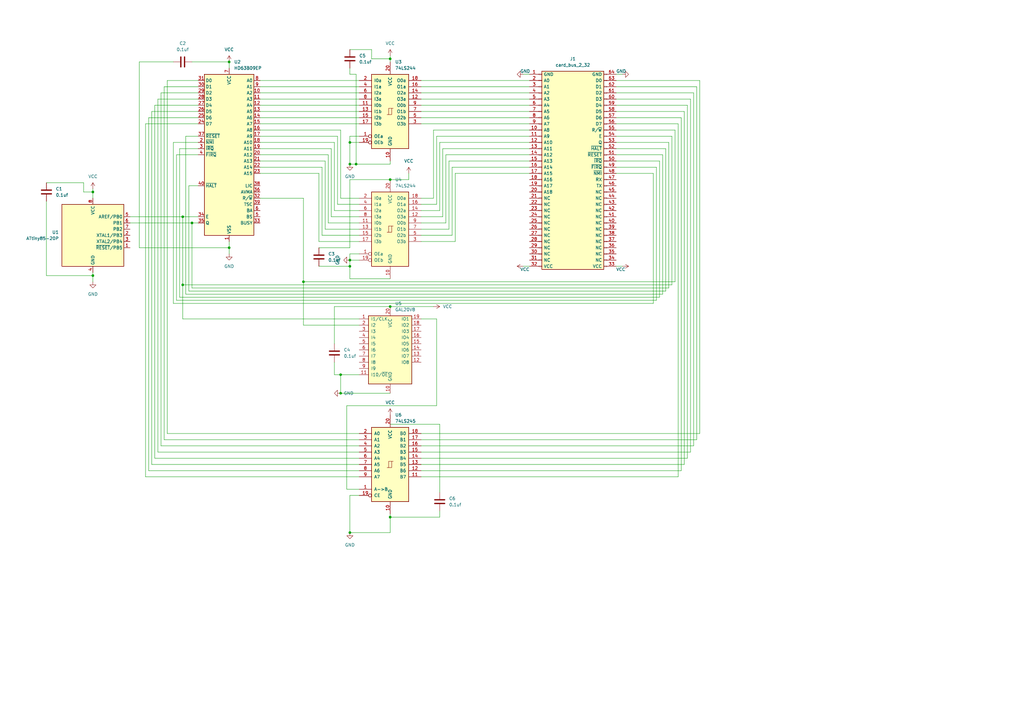
<source format=kicad_sch>
(kicad_sch (version 20211123) (generator eeschema)

  (uuid f938abd0-a826-4e32-8e2d-519891f06ac0)

  (paper "A3")

  (lib_symbols
    (symbol "74xx:74LS244" (pin_names (offset 1.016)) (in_bom yes) (on_board yes)
      (property "Reference" "U" (id 0) (at -7.62 16.51 0)
        (effects (font (size 1.27 1.27)))
      )
      (property "Value" "74LS244" (id 1) (at -7.62 -16.51 0)
        (effects (font (size 1.27 1.27)))
      )
      (property "Footprint" "" (id 2) (at 0 0 0)
        (effects (font (size 1.27 1.27)) hide)
      )
      (property "Datasheet" "http://www.ti.com/lit/ds/symlink/sn74ls244.pdf" (id 3) (at 0 0 0)
        (effects (font (size 1.27 1.27)) hide)
      )
      (property "ki_keywords" "7400 logic ttl low power schottky" (id 4) (at 0 0 0)
        (effects (font (size 1.27 1.27)) hide)
      )
      (property "ki_description" "Octal Buffer and Line Driver With 3-State Output, active-low enables, non-inverting outputs" (id 5) (at 0 0 0)
        (effects (font (size 1.27 1.27)) hide)
      )
      (property "ki_fp_filters" "DIP?20*" (id 6) (at 0 0 0)
        (effects (font (size 1.27 1.27)) hide)
      )
      (symbol "74LS244_1_0"
        (polyline
          (pts
            (xy -0.635 -1.27)
            (xy -0.635 1.27)
            (xy 0.635 1.27)
          )
          (stroke (width 0) (type default) (color 0 0 0 0))
          (fill (type none))
        )
        (polyline
          (pts
            (xy -1.27 -1.27)
            (xy 0.635 -1.27)
            (xy 0.635 1.27)
            (xy 1.27 1.27)
          )
          (stroke (width 0) (type default) (color 0 0 0 0))
          (fill (type none))
        )
        (pin input inverted (at -12.7 -10.16 0) (length 5.08)
          (name "OEa" (effects (font (size 1.27 1.27))))
          (number "1" (effects (font (size 1.27 1.27))))
        )
        (pin power_in line (at 0 -20.32 90) (length 5.08)
          (name "GND" (effects (font (size 1.27 1.27))))
          (number "10" (effects (font (size 1.27 1.27))))
        )
        (pin input line (at -12.7 2.54 0) (length 5.08)
          (name "I0b" (effects (font (size 1.27 1.27))))
          (number "11" (effects (font (size 1.27 1.27))))
        )
        (pin tri_state line (at 12.7 5.08 180) (length 5.08)
          (name "O3a" (effects (font (size 1.27 1.27))))
          (number "12" (effects (font (size 1.27 1.27))))
        )
        (pin input line (at -12.7 0 0) (length 5.08)
          (name "I1b" (effects (font (size 1.27 1.27))))
          (number "13" (effects (font (size 1.27 1.27))))
        )
        (pin tri_state line (at 12.7 7.62 180) (length 5.08)
          (name "O2a" (effects (font (size 1.27 1.27))))
          (number "14" (effects (font (size 1.27 1.27))))
        )
        (pin input line (at -12.7 -2.54 0) (length 5.08)
          (name "I2b" (effects (font (size 1.27 1.27))))
          (number "15" (effects (font (size 1.27 1.27))))
        )
        (pin tri_state line (at 12.7 10.16 180) (length 5.08)
          (name "O1a" (effects (font (size 1.27 1.27))))
          (number "16" (effects (font (size 1.27 1.27))))
        )
        (pin input line (at -12.7 -5.08 0) (length 5.08)
          (name "I3b" (effects (font (size 1.27 1.27))))
          (number "17" (effects (font (size 1.27 1.27))))
        )
        (pin tri_state line (at 12.7 12.7 180) (length 5.08)
          (name "O0a" (effects (font (size 1.27 1.27))))
          (number "18" (effects (font (size 1.27 1.27))))
        )
        (pin input inverted (at -12.7 -12.7 0) (length 5.08)
          (name "OEb" (effects (font (size 1.27 1.27))))
          (number "19" (effects (font (size 1.27 1.27))))
        )
        (pin input line (at -12.7 12.7 0) (length 5.08)
          (name "I0a" (effects (font (size 1.27 1.27))))
          (number "2" (effects (font (size 1.27 1.27))))
        )
        (pin power_in line (at 0 20.32 270) (length 5.08)
          (name "VCC" (effects (font (size 1.27 1.27))))
          (number "20" (effects (font (size 1.27 1.27))))
        )
        (pin tri_state line (at 12.7 -5.08 180) (length 5.08)
          (name "O3b" (effects (font (size 1.27 1.27))))
          (number "3" (effects (font (size 1.27 1.27))))
        )
        (pin input line (at -12.7 10.16 0) (length 5.08)
          (name "I1a" (effects (font (size 1.27 1.27))))
          (number "4" (effects (font (size 1.27 1.27))))
        )
        (pin tri_state line (at 12.7 -2.54 180) (length 5.08)
          (name "O2b" (effects (font (size 1.27 1.27))))
          (number "5" (effects (font (size 1.27 1.27))))
        )
        (pin input line (at -12.7 7.62 0) (length 5.08)
          (name "I2a" (effects (font (size 1.27 1.27))))
          (number "6" (effects (font (size 1.27 1.27))))
        )
        (pin tri_state line (at 12.7 0 180) (length 5.08)
          (name "O1b" (effects (font (size 1.27 1.27))))
          (number "7" (effects (font (size 1.27 1.27))))
        )
        (pin input line (at -12.7 5.08 0) (length 5.08)
          (name "I3a" (effects (font (size 1.27 1.27))))
          (number "8" (effects (font (size 1.27 1.27))))
        )
        (pin tri_state line (at 12.7 2.54 180) (length 5.08)
          (name "O0b" (effects (font (size 1.27 1.27))))
          (number "9" (effects (font (size 1.27 1.27))))
        )
      )
      (symbol "74LS244_1_1"
        (rectangle (start -7.62 15.24) (end 7.62 -15.24)
          (stroke (width 0.254) (type default) (color 0 0 0 0))
          (fill (type background))
        )
      )
    )
    (symbol "74xx:74LS245" (pin_names (offset 1.016)) (in_bom yes) (on_board yes)
      (property "Reference" "U" (id 0) (at -7.62 16.51 0)
        (effects (font (size 1.27 1.27)))
      )
      (property "Value" "74LS245" (id 1) (at -7.62 -16.51 0)
        (effects (font (size 1.27 1.27)))
      )
      (property "Footprint" "" (id 2) (at 0 0 0)
        (effects (font (size 1.27 1.27)) hide)
      )
      (property "Datasheet" "http://www.ti.com/lit/gpn/sn74LS245" (id 3) (at 0 0 0)
        (effects (font (size 1.27 1.27)) hide)
      )
      (property "ki_locked" "" (id 4) (at 0 0 0)
        (effects (font (size 1.27 1.27)))
      )
      (property "ki_keywords" "TTL BUS 3State" (id 5) (at 0 0 0)
        (effects (font (size 1.27 1.27)) hide)
      )
      (property "ki_description" "Octal BUS Transceivers, 3-State outputs" (id 6) (at 0 0 0)
        (effects (font (size 1.27 1.27)) hide)
      )
      (property "ki_fp_filters" "DIP?20*" (id 7) (at 0 0 0)
        (effects (font (size 1.27 1.27)) hide)
      )
      (symbol "74LS245_1_0"
        (polyline
          (pts
            (xy -0.635 -1.27)
            (xy -0.635 1.27)
            (xy 0.635 1.27)
          )
          (stroke (width 0) (type default) (color 0 0 0 0))
          (fill (type none))
        )
        (polyline
          (pts
            (xy -1.27 -1.27)
            (xy 0.635 -1.27)
            (xy 0.635 1.27)
            (xy 1.27 1.27)
          )
          (stroke (width 0) (type default) (color 0 0 0 0))
          (fill (type none))
        )
        (pin input line (at -12.7 -10.16 0) (length 5.08)
          (name "A->B" (effects (font (size 1.27 1.27))))
          (number "1" (effects (font (size 1.27 1.27))))
        )
        (pin power_in line (at 0 -20.32 90) (length 5.08)
          (name "GND" (effects (font (size 1.27 1.27))))
          (number "10" (effects (font (size 1.27 1.27))))
        )
        (pin tri_state line (at 12.7 -5.08 180) (length 5.08)
          (name "B7" (effects (font (size 1.27 1.27))))
          (number "11" (effects (font (size 1.27 1.27))))
        )
        (pin tri_state line (at 12.7 -2.54 180) (length 5.08)
          (name "B6" (effects (font (size 1.27 1.27))))
          (number "12" (effects (font (size 1.27 1.27))))
        )
        (pin tri_state line (at 12.7 0 180) (length 5.08)
          (name "B5" (effects (font (size 1.27 1.27))))
          (number "13" (effects (font (size 1.27 1.27))))
        )
        (pin tri_state line (at 12.7 2.54 180) (length 5.08)
          (name "B4" (effects (font (size 1.27 1.27))))
          (number "14" (effects (font (size 1.27 1.27))))
        )
        (pin tri_state line (at 12.7 5.08 180) (length 5.08)
          (name "B3" (effects (font (size 1.27 1.27))))
          (number "15" (effects (font (size 1.27 1.27))))
        )
        (pin tri_state line (at 12.7 7.62 180) (length 5.08)
          (name "B2" (effects (font (size 1.27 1.27))))
          (number "16" (effects (font (size 1.27 1.27))))
        )
        (pin tri_state line (at 12.7 10.16 180) (length 5.08)
          (name "B1" (effects (font (size 1.27 1.27))))
          (number "17" (effects (font (size 1.27 1.27))))
        )
        (pin tri_state line (at 12.7 12.7 180) (length 5.08)
          (name "B0" (effects (font (size 1.27 1.27))))
          (number "18" (effects (font (size 1.27 1.27))))
        )
        (pin input inverted (at -12.7 -12.7 0) (length 5.08)
          (name "CE" (effects (font (size 1.27 1.27))))
          (number "19" (effects (font (size 1.27 1.27))))
        )
        (pin tri_state line (at -12.7 12.7 0) (length 5.08)
          (name "A0" (effects (font (size 1.27 1.27))))
          (number "2" (effects (font (size 1.27 1.27))))
        )
        (pin power_in line (at 0 20.32 270) (length 5.08)
          (name "VCC" (effects (font (size 1.27 1.27))))
          (number "20" (effects (font (size 1.27 1.27))))
        )
        (pin tri_state line (at -12.7 10.16 0) (length 5.08)
          (name "A1" (effects (font (size 1.27 1.27))))
          (number "3" (effects (font (size 1.27 1.27))))
        )
        (pin tri_state line (at -12.7 7.62 0) (length 5.08)
          (name "A2" (effects (font (size 1.27 1.27))))
          (number "4" (effects (font (size 1.27 1.27))))
        )
        (pin tri_state line (at -12.7 5.08 0) (length 5.08)
          (name "A3" (effects (font (size 1.27 1.27))))
          (number "5" (effects (font (size 1.27 1.27))))
        )
        (pin tri_state line (at -12.7 2.54 0) (length 5.08)
          (name "A4" (effects (font (size 1.27 1.27))))
          (number "6" (effects (font (size 1.27 1.27))))
        )
        (pin tri_state line (at -12.7 0 0) (length 5.08)
          (name "A5" (effects (font (size 1.27 1.27))))
          (number "7" (effects (font (size 1.27 1.27))))
        )
        (pin tri_state line (at -12.7 -2.54 0) (length 5.08)
          (name "A6" (effects (font (size 1.27 1.27))))
          (number "8" (effects (font (size 1.27 1.27))))
        )
        (pin tri_state line (at -12.7 -5.08 0) (length 5.08)
          (name "A7" (effects (font (size 1.27 1.27))))
          (number "9" (effects (font (size 1.27 1.27))))
        )
      )
      (symbol "74LS245_1_1"
        (rectangle (start -7.62 15.24) (end 7.62 -15.24)
          (stroke (width 0.254) (type default) (color 0 0 0 0))
          (fill (type background))
        )
      )
    )
    (symbol "Device:C" (pin_numbers hide) (pin_names (offset 0.254)) (in_bom yes) (on_board yes)
      (property "Reference" "C" (id 0) (at 0.635 2.54 0)
        (effects (font (size 1.27 1.27)) (justify left))
      )
      (property "Value" "C" (id 1) (at 0.635 -2.54 0)
        (effects (font (size 1.27 1.27)) (justify left))
      )
      (property "Footprint" "" (id 2) (at 0.9652 -3.81 0)
        (effects (font (size 1.27 1.27)) hide)
      )
      (property "Datasheet" "~" (id 3) (at 0 0 0)
        (effects (font (size 1.27 1.27)) hide)
      )
      (property "ki_keywords" "cap capacitor" (id 4) (at 0 0 0)
        (effects (font (size 1.27 1.27)) hide)
      )
      (property "ki_description" "Unpolarized capacitor" (id 5) (at 0 0 0)
        (effects (font (size 1.27 1.27)) hide)
      )
      (property "ki_fp_filters" "C_*" (id 6) (at 0 0 0)
        (effects (font (size 1.27 1.27)) hide)
      )
      (symbol "C_0_1"
        (polyline
          (pts
            (xy -2.032 -0.762)
            (xy 2.032 -0.762)
          )
          (stroke (width 0.508) (type default) (color 0 0 0 0))
          (fill (type none))
        )
        (polyline
          (pts
            (xy -2.032 0.762)
            (xy 2.032 0.762)
          )
          (stroke (width 0.508) (type default) (color 0 0 0 0))
          (fill (type none))
        )
      )
      (symbol "C_1_1"
        (pin passive line (at 0 3.81 270) (length 2.794)
          (name "~" (effects (font (size 1.27 1.27))))
          (number "1" (effects (font (size 1.27 1.27))))
        )
        (pin passive line (at 0 -3.81 90) (length 2.794)
          (name "~" (effects (font (size 1.27 1.27))))
          (number "2" (effects (font (size 1.27 1.27))))
        )
      )
    )
    (symbol "GAL20V8:GAL20V8" (pin_names (offset 1.016)) (in_bom yes) (on_board yes)
      (property "Reference" "U" (id 0) (at -8.89 16.51 0)
        (effects (font (size 1.27 1.27)) (justify left))
      )
      (property "Value" "GAL20V8" (id 1) (at 1.27 16.51 0)
        (effects (font (size 1.27 1.27)) (justify left))
      )
      (property "Footprint" "" (id 2) (at 0 0 0)
        (effects (font (size 1.27 1.27)) hide)
      )
      (property "Datasheet" "" (id 3) (at 0 0 0)
        (effects (font (size 1.27 1.27)) hide)
      )
      (property "ki_keywords" "GAL PLD 16V8" (id 4) (at 0 0 0)
        (effects (font (size 1.27 1.27)) hide)
      )
      (property "ki_description" "Programmable Logic Array, DIP-20/SOIC-20/PLCC-20" (id 5) (at 0 0 0)
        (effects (font (size 1.27 1.27)) hide)
      )
      (property "ki_fp_filters" "DIP* PDIP* SOIC* SO* PLCC*" (id 6) (at 0 0 0)
        (effects (font (size 1.27 1.27)) hide)
      )
      (symbol "GAL20V8_0_0"
        (pin power_in line (at 0 -17.78 90) (length 3.81)
          (name "GND" (effects (font (size 1.27 1.27))))
          (number "10" (effects (font (size 1.27 1.27))))
        )
        (pin power_in line (at 0 17.78 270) (length 3.81)
          (name "VCC" (effects (font (size 1.27 1.27))))
          (number "20" (effects (font (size 1.27 1.27))))
        )
      )
      (symbol "GAL20V8_0_1"
        (rectangle (start -8.89 13.97) (end 8.89 -13.97)
          (stroke (width 0.254) (type default) (color 0 0 0 0))
          (fill (type background))
        )
      )
      (symbol "GAL20V8_1_1"
        (pin input line (at -12.7 12.7 0) (length 3.81)
          (name "I1/CLK" (effects (font (size 1.27 1.27))))
          (number "1" (effects (font (size 1.27 1.27))))
        )
        (pin input line (at -12.7 -10.16 0) (length 3.81)
          (name "I10/~{OE}" (effects (font (size 1.27 1.27))))
          (number "11" (effects (font (size 1.27 1.27))))
        )
        (pin tri_state line (at 12.7 -5.08 180) (length 3.81)
          (name "IO8" (effects (font (size 1.27 1.27))))
          (number "12" (effects (font (size 1.27 1.27))))
        )
        (pin tri_state line (at 12.7 -2.54 180) (length 3.81)
          (name "IO7" (effects (font (size 1.27 1.27))))
          (number "13" (effects (font (size 1.27 1.27))))
        )
        (pin tri_state line (at 12.7 0 180) (length 3.81)
          (name "IO6" (effects (font (size 1.27 1.27))))
          (number "14" (effects (font (size 1.27 1.27))))
        )
        (pin tri_state line (at 12.7 2.54 180) (length 3.81)
          (name "IO5" (effects (font (size 1.27 1.27))))
          (number "15" (effects (font (size 1.27 1.27))))
        )
        (pin tri_state line (at 12.7 5.08 180) (length 3.81)
          (name "IO4" (effects (font (size 1.27 1.27))))
          (number "16" (effects (font (size 1.27 1.27))))
        )
        (pin tri_state line (at 12.7 7.62 180) (length 3.81)
          (name "I03" (effects (font (size 1.27 1.27))))
          (number "17" (effects (font (size 1.27 1.27))))
        )
        (pin tri_state line (at 12.7 10.16 180) (length 3.81)
          (name "IO2" (effects (font (size 1.27 1.27))))
          (number "18" (effects (font (size 1.27 1.27))))
        )
        (pin tri_state line (at 12.7 12.7 180) (length 3.81)
          (name "IO1" (effects (font (size 1.27 1.27))))
          (number "19" (effects (font (size 1.27 1.27))))
        )
        (pin input line (at -12.7 10.16 0) (length 3.81)
          (name "I2" (effects (font (size 1.27 1.27))))
          (number "2" (effects (font (size 1.27 1.27))))
        )
        (pin input line (at -12.7 7.62 0) (length 3.81)
          (name "I3" (effects (font (size 1.27 1.27))))
          (number "3" (effects (font (size 1.27 1.27))))
        )
        (pin input line (at -12.7 5.08 0) (length 3.81)
          (name "I4" (effects (font (size 1.27 1.27))))
          (number "4" (effects (font (size 1.27 1.27))))
        )
        (pin input line (at -12.7 2.54 0) (length 3.81)
          (name "I5" (effects (font (size 1.27 1.27))))
          (number "5" (effects (font (size 1.27 1.27))))
        )
        (pin input line (at -12.7 0 0) (length 3.81)
          (name "I6" (effects (font (size 1.27 1.27))))
          (number "6" (effects (font (size 1.27 1.27))))
        )
        (pin input line (at -12.7 -2.54 0) (length 3.81)
          (name "I7" (effects (font (size 1.27 1.27))))
          (number "7" (effects (font (size 1.27 1.27))))
        )
        (pin input line (at -12.7 -5.08 0) (length 3.81)
          (name "I8" (effects (font (size 1.27 1.27))))
          (number "8" (effects (font (size 1.27 1.27))))
        )
        (pin input line (at -12.7 -7.62 0) (length 3.81)
          (name "I9" (effects (font (size 1.27 1.27))))
          (number "9" (effects (font (size 1.27 1.27))))
        )
      )
    )
    (symbol "HD63B09EP:HD63B09EP" (in_bom yes) (on_board yes)
      (property "Reference" "U" (id 0) (at -7.62 34.544 0)
        (effects (font (size 1.27 1.27)) (justify right))
      )
      (property "Value" "HD63B09EP" (id 1) (at 6.35 11.43 0)
        (effects (font (size 1.27 1.27)) (justify right))
      )
      (property "Footprint" "Package_DIP:DIP-40_W15.24mm" (id 2) (at 0 -38.1 0)
        (effects (font (size 1.27 1.27)) hide)
      )
      (property "Datasheet" "" (id 3) (at -2.54 36.195 0)
        (effects (font (size 1.27 1.27)) hide)
      )
      (property "ki_keywords" "MCU" (id 4) (at 0 0 0)
        (effects (font (size 1.27 1.27)) hide)
      )
      (property "ki_description" "8-Bit Microprocessing unit 2.0MHz, DIP-40" (id 5) (at 0 0 0)
        (effects (font (size 1.27 1.27)) hide)
      )
      (property "ki_fp_filters" "DIP*W15.24mm*" (id 6) (at 0 0 0)
        (effects (font (size 1.27 1.27)) hide)
      )
      (symbol "HD63B09EP_0_1"
        (rectangle (start -10.16 -33.02) (end 10.16 33.02)
          (stroke (width 0.254) (type default) (color 0 0 0 0))
          (fill (type background))
        )
      )
      (symbol "HD63B09EP_1_1"
        (pin power_in line (at 0 -35.56 90) (length 2.54)
          (name "VSS" (effects (font (size 1.27 1.27))))
          (number "1" (effects (font (size 1.27 1.27))))
        )
        (pin output line (at 12.7 25.4 180) (length 2.54)
          (name "A2" (effects (font (size 1.27 1.27))))
          (number "10" (effects (font (size 1.27 1.27))))
        )
        (pin output line (at 12.7 22.86 180) (length 2.54)
          (name "A3" (effects (font (size 1.27 1.27))))
          (number "11" (effects (font (size 1.27 1.27))))
        )
        (pin output line (at 12.7 20.32 180) (length 2.54)
          (name "A4" (effects (font (size 1.27 1.27))))
          (number "12" (effects (font (size 1.27 1.27))))
        )
        (pin output line (at 12.7 17.78 180) (length 2.54)
          (name "A5" (effects (font (size 1.27 1.27))))
          (number "13" (effects (font (size 1.27 1.27))))
        )
        (pin output line (at 12.7 15.24 180) (length 2.54)
          (name "A6" (effects (font (size 1.27 1.27))))
          (number "14" (effects (font (size 1.27 1.27))))
        )
        (pin output line (at 12.7 12.7 180) (length 2.54)
          (name "A7" (effects (font (size 1.27 1.27))))
          (number "15" (effects (font (size 1.27 1.27))))
        )
        (pin output line (at 12.7 10.16 180) (length 2.54)
          (name "A8" (effects (font (size 1.27 1.27))))
          (number "16" (effects (font (size 1.27 1.27))))
        )
        (pin output line (at 12.7 7.62 180) (length 2.54)
          (name "A9" (effects (font (size 1.27 1.27))))
          (number "17" (effects (font (size 1.27 1.27))))
        )
        (pin output line (at 12.7 5.08 180) (length 2.54)
          (name "A10" (effects (font (size 1.27 1.27))))
          (number "18" (effects (font (size 1.27 1.27))))
        )
        (pin output line (at 12.7 2.54 180) (length 2.54)
          (name "A11" (effects (font (size 1.27 1.27))))
          (number "19" (effects (font (size 1.27 1.27))))
        )
        (pin input line (at -12.7 5.08 0) (length 2.54)
          (name "~{NMI}" (effects (font (size 1.27 1.27))))
          (number "2" (effects (font (size 1.27 1.27))))
        )
        (pin output line (at 12.7 0 180) (length 2.54)
          (name "A12" (effects (font (size 1.27 1.27))))
          (number "20" (effects (font (size 1.27 1.27))))
        )
        (pin output line (at 12.7 -2.54 180) (length 2.54)
          (name "A13" (effects (font (size 1.27 1.27))))
          (number "21" (effects (font (size 1.27 1.27))))
        )
        (pin output line (at 12.7 -5.08 180) (length 2.54)
          (name "A14" (effects (font (size 1.27 1.27))))
          (number "22" (effects (font (size 1.27 1.27))))
        )
        (pin output line (at 12.7 -7.62 180) (length 2.54)
          (name "A15" (effects (font (size 1.27 1.27))))
          (number "23" (effects (font (size 1.27 1.27))))
        )
        (pin bidirectional line (at -12.7 12.7 0) (length 2.54)
          (name "D7" (effects (font (size 1.27 1.27))))
          (number "24" (effects (font (size 1.27 1.27))))
        )
        (pin bidirectional line (at -12.7 15.24 0) (length 2.54)
          (name "D6" (effects (font (size 1.27 1.27))))
          (number "25" (effects (font (size 1.27 1.27))))
        )
        (pin bidirectional line (at -12.7 17.78 0) (length 2.54)
          (name "D5" (effects (font (size 1.27 1.27))))
          (number "26" (effects (font (size 1.27 1.27))))
        )
        (pin bidirectional line (at -12.7 20.32 0) (length 2.54)
          (name "D4" (effects (font (size 1.27 1.27))))
          (number "27" (effects (font (size 1.27 1.27))))
        )
        (pin bidirectional line (at -12.7 22.86 0) (length 2.54)
          (name "D3" (effects (font (size 1.27 1.27))))
          (number "28" (effects (font (size 1.27 1.27))))
        )
        (pin bidirectional line (at -12.7 25.4 0) (length 2.54)
          (name "D2" (effects (font (size 1.27 1.27))))
          (number "29" (effects (font (size 1.27 1.27))))
        )
        (pin input line (at -12.7 2.54 0) (length 2.54)
          (name "~{IRQ}" (effects (font (size 1.27 1.27))))
          (number "3" (effects (font (size 1.27 1.27))))
        )
        (pin bidirectional line (at -12.7 27.94 0) (length 2.54)
          (name "D1" (effects (font (size 1.27 1.27))))
          (number "30" (effects (font (size 1.27 1.27))))
        )
        (pin bidirectional line (at -12.7 30.48 0) (length 2.54)
          (name "D0" (effects (font (size 1.27 1.27))))
          (number "31" (effects (font (size 1.27 1.27))))
        )
        (pin output line (at 12.7 -17.78 180) (length 2.54)
          (name "R/~{W}" (effects (font (size 1.27 1.27))))
          (number "32" (effects (font (size 1.27 1.27))))
        )
        (pin output line (at 12.7 -27.94 180) (length 2.54)
          (name "BUSY" (effects (font (size 1.27 1.27))))
          (number "33" (effects (font (size 1.27 1.27))))
        )
        (pin input line (at -12.7 -25.4 0) (length 2.54)
          (name "E" (effects (font (size 1.27 1.27))))
          (number "34" (effects (font (size 1.27 1.27))))
        )
        (pin input line (at -12.7 -27.94 0) (length 2.54)
          (name "Q" (effects (font (size 1.27 1.27))))
          (number "35" (effects (font (size 1.27 1.27))))
        )
        (pin output line (at 12.7 -15.24 180) (length 2.54)
          (name "AVMA" (effects (font (size 1.27 1.27))))
          (number "36" (effects (font (size 1.27 1.27))))
        )
        (pin input line (at -12.7 7.62 0) (length 2.54)
          (name "~{RESET}" (effects (font (size 1.27 1.27))))
          (number "37" (effects (font (size 1.27 1.27))))
        )
        (pin output line (at 12.7 -12.7 180) (length 2.54)
          (name "LIC" (effects (font (size 1.27 1.27))))
          (number "38" (effects (font (size 1.27 1.27))))
        )
        (pin output line (at 12.7 -20.32 180) (length 2.54)
          (name "TSC" (effects (font (size 1.27 1.27))))
          (number "39" (effects (font (size 1.27 1.27))))
        )
        (pin input line (at -12.7 0 0) (length 2.54)
          (name "~{FIRQ}" (effects (font (size 1.27 1.27))))
          (number "4" (effects (font (size 1.27 1.27))))
        )
        (pin input line (at -12.7 -12.7 0) (length 2.54)
          (name "~{HALT}" (effects (font (size 1.27 1.27))))
          (number "40" (effects (font (size 1.27 1.27))))
        )
        (pin output line (at 12.7 -25.4 180) (length 2.54)
          (name "BS" (effects (font (size 1.27 1.27))))
          (number "5" (effects (font (size 1.27 1.27))))
        )
        (pin output line (at 12.7 -22.86 180) (length 2.54)
          (name "BA" (effects (font (size 1.27 1.27))))
          (number "6" (effects (font (size 1.27 1.27))))
        )
        (pin power_in line (at 0 35.56 270) (length 2.54)
          (name "VCC" (effects (font (size 1.27 1.27))))
          (number "7" (effects (font (size 1.27 1.27))))
        )
        (pin output line (at 12.7 30.48 180) (length 2.54)
          (name "A0" (effects (font (size 1.27 1.27))))
          (number "8" (effects (font (size 1.27 1.27))))
        )
        (pin output line (at 12.7 27.94 180) (length 2.54)
          (name "A1" (effects (font (size 1.27 1.27))))
          (number "9" (effects (font (size 1.27 1.27))))
        )
      )
    )
    (symbol "MCU_Microchip_ATtiny:ATtiny85-20P" (in_bom yes) (on_board yes)
      (property "Reference" "U" (id 0) (at -12.7 13.97 0)
        (effects (font (size 1.27 1.27)) (justify left bottom))
      )
      (property "Value" "ATtiny85-20P" (id 1) (at 2.54 -13.97 0)
        (effects (font (size 1.27 1.27)) (justify left top))
      )
      (property "Footprint" "Package_DIP:DIP-8_W7.62mm" (id 2) (at 0 0 0)
        (effects (font (size 1.27 1.27) italic) hide)
      )
      (property "Datasheet" "http://ww1.microchip.com/downloads/en/DeviceDoc/atmel-2586-avr-8-bit-microcontroller-attiny25-attiny45-attiny85_datasheet.pdf" (id 3) (at 0 0 0)
        (effects (font (size 1.27 1.27)) hide)
      )
      (property "ki_keywords" "AVR 8bit Microcontroller tinyAVR" (id 4) (at 0 0 0)
        (effects (font (size 1.27 1.27)) hide)
      )
      (property "ki_description" "20MHz, 8kB Flash, 512B SRAM, 512B EEPROM, debugWIRE, DIP-8" (id 5) (at 0 0 0)
        (effects (font (size 1.27 1.27)) hide)
      )
      (property "ki_fp_filters" "DIP*W7.62mm*" (id 6) (at 0 0 0)
        (effects (font (size 1.27 1.27)) hide)
      )
      (symbol "ATtiny85-20P_0_1"
        (rectangle (start -12.7 -12.7) (end 12.7 12.7)
          (stroke (width 0.254) (type default) (color 0 0 0 0))
          (fill (type background))
        )
      )
      (symbol "ATtiny85-20P_1_1"
        (pin bidirectional line (at 15.24 -5.08 180) (length 2.54)
          (name "~{RESET}/PB5" (effects (font (size 1.27 1.27))))
          (number "1" (effects (font (size 1.27 1.27))))
        )
        (pin bidirectional line (at 15.24 0 180) (length 2.54)
          (name "XTAL1/PB3" (effects (font (size 1.27 1.27))))
          (number "2" (effects (font (size 1.27 1.27))))
        )
        (pin bidirectional line (at 15.24 -2.54 180) (length 2.54)
          (name "XTAL2/PB4" (effects (font (size 1.27 1.27))))
          (number "3" (effects (font (size 1.27 1.27))))
        )
        (pin power_in line (at 0 -15.24 90) (length 2.54)
          (name "GND" (effects (font (size 1.27 1.27))))
          (number "4" (effects (font (size 1.27 1.27))))
        )
        (pin bidirectional line (at 15.24 7.62 180) (length 2.54)
          (name "AREF/PB0" (effects (font (size 1.27 1.27))))
          (number "5" (effects (font (size 1.27 1.27))))
        )
        (pin bidirectional line (at 15.24 5.08 180) (length 2.54)
          (name "PB1" (effects (font (size 1.27 1.27))))
          (number "6" (effects (font (size 1.27 1.27))))
        )
        (pin bidirectional line (at 15.24 2.54 180) (length 2.54)
          (name "PB2" (effects (font (size 1.27 1.27))))
          (number "7" (effects (font (size 1.27 1.27))))
        )
        (pin power_in line (at 0 15.24 270) (length 2.54)
          (name "VCC" (effects (font (size 1.27 1.27))))
          (number "8" (effects (font (size 1.27 1.27))))
        )
      )
    )
    (symbol "card_bus_2_32:card_bus_2_32" (pin_names (offset 2)) (in_bom yes) (on_board yes)
      (property "Reference" "J" (id 0) (at 1.27 40.64 0)
        (effects (font (size 1.27 1.27)))
      )
      (property "Value" "card_bus_2_32" (id 1) (at 20.32 -49.53 0)
        (effects (font (size 1.27 1.27)))
      )
      (property "Footprint" "card_bus_2_32:PinSocket_2x32_P2.54mm_Vertical" (id 2) (at 10.16 50.8 0)
        (effects (font (size 1.27 1.27)) hide)
      )
      (property "Datasheet" "~" (id 3) (at 0 0 0)
        (effects (font (size 1.27 1.27)) hide)
      )
      (property "ki_keywords" "connector" (id 4) (at 0 0 0)
        (effects (font (size 1.27 1.27)) hide)
      )
      (property "ki_description" "DIN41612 connector, double row (AB), 02x32, script generated (kicad-library-utils/schlib/autogen/connector/)" (id 5) (at 0 0 0)
        (effects (font (size 1.27 1.27)) hide)
      )
      (property "ki_fp_filters" "DIN41612*2x*" (id 6) (at 0 0 0)
        (effects (font (size 1.27 1.27)) hide)
      )
      (symbol "card_bus_2_32_1_1"
        (rectangle (start -1.27 -40.513) (end 0 -40.767)
          (stroke (width 0.1524) (type default) (color 0 0 0 0))
          (fill (type none))
        )
        (rectangle (start -1.27 -37.973) (end 0 -38.227)
          (stroke (width 0.1524) (type default) (color 0 0 0 0))
          (fill (type none))
        )
        (rectangle (start -1.27 -35.433) (end 0 -35.687)
          (stroke (width 0.1524) (type default) (color 0 0 0 0))
          (fill (type none))
        )
        (rectangle (start -1.27 -32.893) (end 0 -33.147)
          (stroke (width 0.1524) (type default) (color 0 0 0 0))
          (fill (type none))
        )
        (rectangle (start -1.27 -30.353) (end 0 -30.607)
          (stroke (width 0.1524) (type default) (color 0 0 0 0))
          (fill (type none))
        )
        (rectangle (start -1.27 -27.813) (end 0 -28.067)
          (stroke (width 0.1524) (type default) (color 0 0 0 0))
          (fill (type none))
        )
        (rectangle (start -1.27 -25.273) (end 0 -25.527)
          (stroke (width 0.1524) (type default) (color 0 0 0 0))
          (fill (type none))
        )
        (rectangle (start -1.27 -22.733) (end 0 -22.987)
          (stroke (width 0.1524) (type default) (color 0 0 0 0))
          (fill (type none))
        )
        (rectangle (start -1.27 -20.193) (end 0 -20.447)
          (stroke (width 0.1524) (type default) (color 0 0 0 0))
          (fill (type none))
        )
        (rectangle (start -1.27 -17.653) (end 0 -17.907)
          (stroke (width 0.1524) (type default) (color 0 0 0 0))
          (fill (type none))
        )
        (rectangle (start -1.27 -15.113) (end 0 -15.367)
          (stroke (width 0.1524) (type default) (color 0 0 0 0))
          (fill (type none))
        )
        (rectangle (start -1.27 -12.573) (end 0 -12.827)
          (stroke (width 0.1524) (type default) (color 0 0 0 0))
          (fill (type none))
        )
        (rectangle (start -1.27 -10.033) (end 0 -10.287)
          (stroke (width 0.1524) (type default) (color 0 0 0 0))
          (fill (type none))
        )
        (rectangle (start -1.27 -7.493) (end 0 -7.747)
          (stroke (width 0.1524) (type default) (color 0 0 0 0))
          (fill (type none))
        )
        (rectangle (start -1.27 -4.953) (end 0 -5.207)
          (stroke (width 0.1524) (type default) (color 0 0 0 0))
          (fill (type none))
        )
        (rectangle (start -1.27 -2.413) (end 0 -2.667)
          (stroke (width 0.1524) (type default) (color 0 0 0 0))
          (fill (type none))
        )
        (rectangle (start -1.27 0.127) (end 0 -0.127)
          (stroke (width 0.1524) (type default) (color 0 0 0 0))
          (fill (type none))
        )
        (rectangle (start -1.27 2.667) (end 0 2.413)
          (stroke (width 0.1524) (type default) (color 0 0 0 0))
          (fill (type none))
        )
        (rectangle (start -1.27 5.207) (end 0 4.953)
          (stroke (width 0.1524) (type default) (color 0 0 0 0))
          (fill (type none))
        )
        (rectangle (start -1.27 7.747) (end 0 7.493)
          (stroke (width 0.1524) (type default) (color 0 0 0 0))
          (fill (type none))
        )
        (rectangle (start -1.27 10.287) (end 0 10.033)
          (stroke (width 0.1524) (type default) (color 0 0 0 0))
          (fill (type none))
        )
        (rectangle (start -1.27 12.827) (end 0 12.573)
          (stroke (width 0.1524) (type default) (color 0 0 0 0))
          (fill (type none))
        )
        (rectangle (start -1.27 15.367) (end 0 15.113)
          (stroke (width 0.1524) (type default) (color 0 0 0 0))
          (fill (type none))
        )
        (rectangle (start -1.27 17.907) (end 0 17.653)
          (stroke (width 0.1524) (type default) (color 0 0 0 0))
          (fill (type none))
        )
        (rectangle (start -1.27 20.447) (end 0 20.193)
          (stroke (width 0.1524) (type default) (color 0 0 0 0))
          (fill (type none))
        )
        (rectangle (start -1.27 22.987) (end 0 22.733)
          (stroke (width 0.1524) (type default) (color 0 0 0 0))
          (fill (type none))
        )
        (rectangle (start -1.27 25.527) (end 0 25.273)
          (stroke (width 0.1524) (type default) (color 0 0 0 0))
          (fill (type none))
        )
        (rectangle (start -1.27 28.067) (end 0 27.813)
          (stroke (width 0.1524) (type default) (color 0 0 0 0))
          (fill (type none))
        )
        (rectangle (start -1.27 30.607) (end 0 30.353)
          (stroke (width 0.1524) (type default) (color 0 0 0 0))
          (fill (type none))
        )
        (rectangle (start -1.27 33.147) (end 0 32.893)
          (stroke (width 0.1524) (type default) (color 0 0 0 0))
          (fill (type none))
        )
        (rectangle (start -1.27 35.687) (end 0 35.433)
          (stroke (width 0.1524) (type default) (color 0 0 0 0))
          (fill (type none))
        )
        (rectangle (start -1.27 38.227) (end 0 37.973)
          (stroke (width 0.1524) (type default) (color 0 0 0 0))
          (fill (type none))
        )
        (rectangle (start 0 39.37) (end 25.4 -41.91)
          (stroke (width 0.254) (type default) (color 0 0 0 0))
          (fill (type background))
        )
        (rectangle (start 25.4 -40.513) (end 26.67 -40.767)
          (stroke (width 0.1524) (type default) (color 0 0 0 0))
          (fill (type none))
        )
        (rectangle (start 25.4 -37.973) (end 26.67 -38.227)
          (stroke (width 0.1524) (type default) (color 0 0 0 0))
          (fill (type none))
        )
        (rectangle (start 25.4 -35.433) (end 26.67 -35.687)
          (stroke (width 0.1524) (type default) (color 0 0 0 0))
          (fill (type none))
        )
        (rectangle (start 25.4 -32.893) (end 26.67 -33.147)
          (stroke (width 0.1524) (type default) (color 0 0 0 0))
          (fill (type none))
        )
        (rectangle (start 25.4 -30.353) (end 26.67 -30.607)
          (stroke (width 0.1524) (type default) (color 0 0 0 0))
          (fill (type none))
        )
        (rectangle (start 25.4 -27.813) (end 26.67 -28.067)
          (stroke (width 0.1524) (type default) (color 0 0 0 0))
          (fill (type none))
        )
        (rectangle (start 25.4 -25.273) (end 26.67 -25.527)
          (stroke (width 0.1524) (type default) (color 0 0 0 0))
          (fill (type none))
        )
        (rectangle (start 25.4 -22.733) (end 26.67 -22.987)
          (stroke (width 0.1524) (type default) (color 0 0 0 0))
          (fill (type none))
        )
        (rectangle (start 25.4 -20.193) (end 26.67 -20.447)
          (stroke (width 0.1524) (type default) (color 0 0 0 0))
          (fill (type none))
        )
        (rectangle (start 25.4 -17.653) (end 26.67 -17.907)
          (stroke (width 0.1524) (type default) (color 0 0 0 0))
          (fill (type none))
        )
        (rectangle (start 25.4 -15.113) (end 26.67 -15.367)
          (stroke (width 0.1524) (type default) (color 0 0 0 0))
          (fill (type none))
        )
        (rectangle (start 25.4 -12.573) (end 26.67 -12.827)
          (stroke (width 0.1524) (type default) (color 0 0 0 0))
          (fill (type none))
        )
        (rectangle (start 25.4 -10.033) (end 26.67 -10.287)
          (stroke (width 0.1524) (type default) (color 0 0 0 0))
          (fill (type none))
        )
        (rectangle (start 25.4 -7.493) (end 26.67 -7.747)
          (stroke (width 0.1524) (type default) (color 0 0 0 0))
          (fill (type none))
        )
        (rectangle (start 25.4 -4.953) (end 26.67 -5.207)
          (stroke (width 0.1524) (type default) (color 0 0 0 0))
          (fill (type none))
        )
        (rectangle (start 25.4 -2.413) (end 26.67 -2.667)
          (stroke (width 0.1524) (type default) (color 0 0 0 0))
          (fill (type none))
        )
        (rectangle (start 25.4 0.127) (end 26.67 -0.127)
          (stroke (width 0.1524) (type default) (color 0 0 0 0))
          (fill (type none))
        )
        (rectangle (start 25.4 2.667) (end 26.67 2.413)
          (stroke (width 0.1524) (type default) (color 0 0 0 0))
          (fill (type none))
        )
        (rectangle (start 25.4 5.207) (end 26.67 4.953)
          (stroke (width 0.1524) (type default) (color 0 0 0 0))
          (fill (type none))
        )
        (rectangle (start 25.4 7.747) (end 26.67 7.493)
          (stroke (width 0.1524) (type default) (color 0 0 0 0))
          (fill (type none))
        )
        (rectangle (start 25.4 10.287) (end 26.67 10.033)
          (stroke (width 0.1524) (type default) (color 0 0 0 0))
          (fill (type none))
        )
        (rectangle (start 25.4 12.827) (end 26.67 12.573)
          (stroke (width 0.1524) (type default) (color 0 0 0 0))
          (fill (type none))
        )
        (rectangle (start 25.4 15.367) (end 26.67 15.113)
          (stroke (width 0.1524) (type default) (color 0 0 0 0))
          (fill (type none))
        )
        (rectangle (start 25.4 17.907) (end 26.67 17.653)
          (stroke (width 0.1524) (type default) (color 0 0 0 0))
          (fill (type none))
        )
        (rectangle (start 25.4 20.447) (end 26.67 20.193)
          (stroke (width 0.1524) (type default) (color 0 0 0 0))
          (fill (type none))
        )
        (rectangle (start 25.4 22.987) (end 26.67 22.733)
          (stroke (width 0.1524) (type default) (color 0 0 0 0))
          (fill (type none))
        )
        (rectangle (start 25.4 25.527) (end 26.67 25.273)
          (stroke (width 0.1524) (type default) (color 0 0 0 0))
          (fill (type none))
        )
        (rectangle (start 25.4 28.067) (end 26.67 27.813)
          (stroke (width 0.1524) (type default) (color 0 0 0 0))
          (fill (type none))
        )
        (rectangle (start 25.4 30.607) (end 26.67 30.353)
          (stroke (width 0.1524) (type default) (color 0 0 0 0))
          (fill (type none))
        )
        (rectangle (start 25.4 33.147) (end 26.67 32.893)
          (stroke (width 0.1524) (type default) (color 0 0 0 0))
          (fill (type none))
        )
        (rectangle (start 25.4 35.687) (end 26.67 35.433)
          (stroke (width 0.1524) (type default) (color 0 0 0 0))
          (fill (type none))
        )
        (rectangle (start 25.4 38.227) (end 26.67 37.973)
          (stroke (width 0.1524) (type default) (color 0 0 0 0))
          (fill (type none))
        )
        (pin power_in line (at -5.08 38.1 0) (length 3.81)
          (name "GND" (effects (font (size 1.27 1.27))))
          (number "1" (effects (font (size 1.27 1.27))))
        )
        (pin output line (at -5.08 15.24 0) (length 3.81)
          (name "A8" (effects (font (size 1.27 1.27))))
          (number "10" (effects (font (size 1.27 1.27))))
        )
        (pin output line (at -5.08 12.7 0) (length 3.81)
          (name "A9" (effects (font (size 1.27 1.27))))
          (number "11" (effects (font (size 1.27 1.27))))
        )
        (pin output line (at -5.08 10.16 0) (length 3.81)
          (name "A10" (effects (font (size 1.27 1.27))))
          (number "12" (effects (font (size 1.27 1.27))))
        )
        (pin output line (at -5.08 7.62 0) (length 3.81)
          (name "A11" (effects (font (size 1.27 1.27))))
          (number "13" (effects (font (size 1.27 1.27))))
        )
        (pin output line (at -5.08 5.08 0) (length 3.81)
          (name "A12" (effects (font (size 1.27 1.27))))
          (number "14" (effects (font (size 1.27 1.27))))
        )
        (pin output line (at -5.08 2.54 0) (length 3.81)
          (name "A13" (effects (font (size 1.27 1.27))))
          (number "15" (effects (font (size 1.27 1.27))))
        )
        (pin output line (at -5.08 0 0) (length 3.81)
          (name "A14" (effects (font (size 1.27 1.27))))
          (number "16" (effects (font (size 1.27 1.27))))
        )
        (pin output line (at -5.08 -2.54 0) (length 3.81)
          (name "A15" (effects (font (size 1.27 1.27))))
          (number "17" (effects (font (size 1.27 1.27))))
        )
        (pin output line (at -5.08 -5.08 0) (length 3.81)
          (name "A16" (effects (font (size 1.27 1.27))))
          (number "18" (effects (font (size 1.27 1.27))))
        )
        (pin output line (at -5.08 -7.62 0) (length 3.81)
          (name "A17" (effects (font (size 1.27 1.27))))
          (number "19" (effects (font (size 1.27 1.27))))
        )
        (pin output line (at -5.08 35.56 0) (length 3.81)
          (name "A0" (effects (font (size 1.27 1.27))))
          (number "2" (effects (font (size 1.27 1.27))))
        )
        (pin output line (at -5.08 -10.16 0) (length 3.81)
          (name "A18" (effects (font (size 1.27 1.27))))
          (number "20" (effects (font (size 1.27 1.27))))
        )
        (pin unspecified line (at -5.08 -12.7 0) (length 3.81)
          (name "NC" (effects (font (size 1.27 1.27))))
          (number "21" (effects (font (size 1.27 1.27))))
        )
        (pin unspecified line (at -5.08 -15.24 0) (length 3.81)
          (name "NC" (effects (font (size 1.27 1.27))))
          (number "22" (effects (font (size 1.27 1.27))))
        )
        (pin unspecified line (at -5.08 -17.78 0) (length 3.81)
          (name "NC" (effects (font (size 1.27 1.27))))
          (number "23" (effects (font (size 1.27 1.27))))
        )
        (pin unspecified line (at -5.08 -20.32 0) (length 3.81)
          (name "NC" (effects (font (size 1.27 1.27))))
          (number "24" (effects (font (size 1.27 1.27))))
        )
        (pin unspecified line (at -5.08 -22.86 0) (length 3.81)
          (name "NC" (effects (font (size 1.27 1.27))))
          (number "25" (effects (font (size 1.27 1.27))))
        )
        (pin unspecified line (at -5.08 -25.4 0) (length 3.81)
          (name "NC" (effects (font (size 1.27 1.27))))
          (number "26" (effects (font (size 1.27 1.27))))
        )
        (pin unspecified line (at -5.08 -27.94 0) (length 3.81)
          (name "NC" (effects (font (size 1.27 1.27))))
          (number "27" (effects (font (size 1.27 1.27))))
        )
        (pin unspecified line (at -5.08 -30.48 0) (length 3.81)
          (name "NC" (effects (font (size 1.27 1.27))))
          (number "28" (effects (font (size 1.27 1.27))))
        )
        (pin unspecified line (at -5.08 -33.02 0) (length 3.81)
          (name "NC" (effects (font (size 1.27 1.27))))
          (number "29" (effects (font (size 1.27 1.27))))
        )
        (pin output line (at -5.08 33.02 0) (length 3.81)
          (name "A1" (effects (font (size 1.27 1.27))))
          (number "3" (effects (font (size 1.27 1.27))))
        )
        (pin unspecified line (at -5.08 -35.56 0) (length 3.81)
          (name "NC" (effects (font (size 1.27 1.27))))
          (number "30" (effects (font (size 1.27 1.27))))
        )
        (pin unspecified line (at -5.08 -38.1 0) (length 3.81)
          (name "NC" (effects (font (size 1.27 1.27))))
          (number "31" (effects (font (size 1.27 1.27))))
        )
        (pin power_in line (at -5.08 -40.64 0) (length 3.81)
          (name "VCC" (effects (font (size 1.27 1.27))))
          (number "32" (effects (font (size 1.27 1.27))))
        )
        (pin power_in line (at 30.48 -40.64 180) (length 3.81)
          (name "VCC" (effects (font (size 1.27 1.27))))
          (number "33" (effects (font (size 1.27 1.27))))
        )
        (pin unspecified line (at 30.48 -38.1 180) (length 3.81)
          (name "NC" (effects (font (size 1.27 1.27))))
          (number "34" (effects (font (size 1.27 1.27))))
        )
        (pin unspecified line (at 30.48 -35.56 180) (length 3.81)
          (name "NC" (effects (font (size 1.27 1.27))))
          (number "35" (effects (font (size 1.27 1.27))))
        )
        (pin unspecified line (at 30.48 -33.02 180) (length 3.81)
          (name "NC" (effects (font (size 1.27 1.27))))
          (number "36" (effects (font (size 1.27 1.27))))
        )
        (pin unspecified line (at 30.48 -30.48 180) (length 3.81)
          (name "NC" (effects (font (size 1.27 1.27))))
          (number "37" (effects (font (size 1.27 1.27))))
        )
        (pin unspecified line (at 30.48 -27.94 180) (length 3.81)
          (name "NC" (effects (font (size 1.27 1.27))))
          (number "38" (effects (font (size 1.27 1.27))))
        )
        (pin unspecified line (at 30.48 -25.4 180) (length 3.81)
          (name "NC" (effects (font (size 1.27 1.27))))
          (number "39" (effects (font (size 1.27 1.27))))
        )
        (pin output line (at -5.08 30.48 0) (length 3.81)
          (name "A2" (effects (font (size 1.27 1.27))))
          (number "4" (effects (font (size 1.27 1.27))))
        )
        (pin unspecified line (at 30.48 -22.86 180) (length 3.81)
          (name "NC" (effects (font (size 1.27 1.27))))
          (number "40" (effects (font (size 1.27 1.27))))
        )
        (pin unspecified line (at 30.48 -20.32 180) (length 3.81)
          (name "NC" (effects (font (size 1.27 1.27))))
          (number "41" (effects (font (size 1.27 1.27))))
        )
        (pin unspecified line (at 30.48 -17.78 180) (length 3.81)
          (name "NC" (effects (font (size 1.27 1.27))))
          (number "42" (effects (font (size 1.27 1.27))))
        )
        (pin unspecified line (at 30.48 -15.24 180) (length 3.81)
          (name "NC" (effects (font (size 1.27 1.27))))
          (number "43" (effects (font (size 1.27 1.27))))
        )
        (pin unspecified line (at 30.48 -12.7 180) (length 3.81)
          (name "NC" (effects (font (size 1.27 1.27))))
          (number "44" (effects (font (size 1.27 1.27))))
        )
        (pin unspecified line (at 30.48 -10.16 180) (length 3.81)
          (name "NC" (effects (font (size 1.27 1.27))))
          (number "45" (effects (font (size 1.27 1.27))))
        )
        (pin output line (at 30.48 -7.62 180) (length 3.81)
          (name "TX" (effects (font (size 1.27 1.27))))
          (number "46" (effects (font (size 1.27 1.27))))
        )
        (pin input line (at 30.48 -5.08 180) (length 3.81)
          (name "RX" (effects (font (size 1.27 1.27))))
          (number "47" (effects (font (size 1.27 1.27))))
        )
        (pin input line (at 30.48 -2.54 180) (length 3.81)
          (name "~{NMI}" (effects (font (size 1.27 1.27))))
          (number "48" (effects (font (size 1.27 1.27))))
        )
        (pin input line (at 30.48 0 180) (length 3.81)
          (name "~{FIRQ}" (effects (font (size 1.27 1.27))))
          (number "49" (effects (font (size 1.27 1.27))))
        )
        (pin output line (at -5.08 27.94 0) (length 3.81)
          (name "A3" (effects (font (size 1.27 1.27))))
          (number "5" (effects (font (size 1.27 1.27))))
        )
        (pin input line (at 30.48 2.54 180) (length 3.81)
          (name "~{IRQ}" (effects (font (size 1.27 1.27))))
          (number "50" (effects (font (size 1.27 1.27))))
        )
        (pin input line (at 30.48 5.08 180) (length 3.81)
          (name "~{RESET}" (effects (font (size 1.27 1.27))))
          (number "51" (effects (font (size 1.27 1.27))))
        )
        (pin input line (at 30.48 7.62 180) (length 3.81)
          (name "~{HALT}" (effects (font (size 1.27 1.27))))
          (number "52" (effects (font (size 1.27 1.27))))
        )
        (pin input line (at 30.48 10.16 180) (length 3.81)
          (name "Q" (effects (font (size 1.27 1.27))))
          (number "53" (effects (font (size 1.27 1.27))))
        )
        (pin input line (at 30.48 12.7 180) (length 3.81)
          (name "E" (effects (font (size 1.27 1.27))))
          (number "54" (effects (font (size 1.27 1.27))))
        )
        (pin output line (at 30.48 15.24 180) (length 3.81)
          (name "R/~{W}" (effects (font (size 1.27 1.27))))
          (number "55" (effects (font (size 1.27 1.27))))
        )
        (pin bidirectional line (at 30.48 17.78 180) (length 3.81)
          (name "D7" (effects (font (size 1.27 1.27))))
          (number "56" (effects (font (size 1.27 1.27))))
        )
        (pin bidirectional line (at 30.48 20.32 180) (length 3.81)
          (name "D6" (effects (font (size 1.27 1.27))))
          (number "57" (effects (font (size 1.27 1.27))))
        )
        (pin bidirectional line (at 30.48 22.86 180) (length 3.81)
          (name "D5" (effects (font (size 1.27 1.27))))
          (number "58" (effects (font (size 1.27 1.27))))
        )
        (pin bidirectional line (at 30.48 25.4 180) (length 3.81)
          (name "D4" (effects (font (size 1.27 1.27))))
          (number "59" (effects (font (size 1.27 1.27))))
        )
        (pin output line (at -5.08 25.4 0) (length 3.81)
          (name "A4" (effects (font (size 1.27 1.27))))
          (number "6" (effects (font (size 1.27 1.27))))
        )
        (pin bidirectional line (at 30.48 27.94 180) (length 3.81)
          (name "D3" (effects (font (size 1.27 1.27))))
          (number "60" (effects (font (size 1.27 1.27))))
        )
        (pin bidirectional line (at 30.48 30.48 180) (length 3.81)
          (name "D2" (effects (font (size 1.27 1.27))))
          (number "61" (effects (font (size 1.27 1.27))))
        )
        (pin bidirectional line (at 30.48 33.02 180) (length 3.81)
          (name "D1" (effects (font (size 1.27 1.27))))
          (number "62" (effects (font (size 1.27 1.27))))
        )
        (pin bidirectional line (at 30.48 35.56 180) (length 3.81)
          (name "D0" (effects (font (size 1.27 1.27))))
          (number "63" (effects (font (size 1.27 1.27))))
        )
        (pin power_in line (at 30.48 38.1 180) (length 3.81)
          (name "GND" (effects (font (size 1.27 1.27))))
          (number "64" (effects (font (size 1.27 1.27))))
        )
        (pin output line (at -5.08 22.86 0) (length 3.81)
          (name "A5" (effects (font (size 1.27 1.27))))
          (number "7" (effects (font (size 1.27 1.27))))
        )
        (pin output line (at -5.08 20.32 0) (length 3.81)
          (name "A6" (effects (font (size 1.27 1.27))))
          (number "8" (effects (font (size 1.27 1.27))))
        )
        (pin output line (at -5.08 17.78 0) (length 3.81)
          (name "A7" (effects (font (size 1.27 1.27))))
          (number "9" (effects (font (size 1.27 1.27))))
        )
      )
    )
    (symbol "power:GND" (power) (pin_names (offset 0)) (in_bom yes) (on_board yes)
      (property "Reference" "#PWR" (id 0) (at 0 -6.35 0)
        (effects (font (size 1.27 1.27)) hide)
      )
      (property "Value" "GND" (id 1) (at 0 -3.81 0)
        (effects (font (size 1.27 1.27)))
      )
      (property "Footprint" "" (id 2) (at 0 0 0)
        (effects (font (size 1.27 1.27)) hide)
      )
      (property "Datasheet" "" (id 3) (at 0 0 0)
        (effects (font (size 1.27 1.27)) hide)
      )
      (property "ki_keywords" "power-flag" (id 4) (at 0 0 0)
        (effects (font (size 1.27 1.27)) hide)
      )
      (property "ki_description" "Power symbol creates a global label with name \"GND\" , ground" (id 5) (at 0 0 0)
        (effects (font (size 1.27 1.27)) hide)
      )
      (symbol "GND_0_1"
        (polyline
          (pts
            (xy 0 0)
            (xy 0 -1.27)
            (xy 1.27 -1.27)
            (xy 0 -2.54)
            (xy -1.27 -1.27)
            (xy 0 -1.27)
          )
          (stroke (width 0) (type default) (color 0 0 0 0))
          (fill (type none))
        )
      )
      (symbol "GND_1_1"
        (pin power_in line (at 0 0 270) (length 0) hide
          (name "GND" (effects (font (size 1.27 1.27))))
          (number "1" (effects (font (size 1.27 1.27))))
        )
      )
    )
    (symbol "power:VCC" (power) (pin_names (offset 0)) (in_bom yes) (on_board yes)
      (property "Reference" "#PWR" (id 0) (at 0 -3.81 0)
        (effects (font (size 1.27 1.27)) hide)
      )
      (property "Value" "VCC" (id 1) (at 0 3.81 0)
        (effects (font (size 1.27 1.27)))
      )
      (property "Footprint" "" (id 2) (at 0 0 0)
        (effects (font (size 1.27 1.27)) hide)
      )
      (property "Datasheet" "" (id 3) (at 0 0 0)
        (effects (font (size 1.27 1.27)) hide)
      )
      (property "ki_keywords" "power-flag" (id 4) (at 0 0 0)
        (effects (font (size 1.27 1.27)) hide)
      )
      (property "ki_description" "Power symbol creates a global label with name \"VCC\"" (id 5) (at 0 0 0)
        (effects (font (size 1.27 1.27)) hide)
      )
      (symbol "VCC_0_1"
        (polyline
          (pts
            (xy -0.762 1.27)
            (xy 0 2.54)
          )
          (stroke (width 0) (type default) (color 0 0 0 0))
          (fill (type none))
        )
        (polyline
          (pts
            (xy 0 0)
            (xy 0 2.54)
          )
          (stroke (width 0) (type default) (color 0 0 0 0))
          (fill (type none))
        )
        (polyline
          (pts
            (xy 0 2.54)
            (xy 0.762 1.27)
          )
          (stroke (width 0) (type default) (color 0 0 0 0))
          (fill (type none))
        )
      )
      (symbol "VCC_1_1"
        (pin power_in line (at 0 0 90) (length 0) hide
          (name "VCC" (effects (font (size 1.27 1.27))))
          (number "1" (effects (font (size 1.27 1.27))))
        )
      )
    )
  )

  (junction (at 143.51 58.42) (diameter 0) (color 0 0 0 0)
    (uuid 242a1be4-8eb2-45fd-b222-6820d784d7da)
  )
  (junction (at 160.02 125.73) (diameter 0) (color 0 0 0 0)
    (uuid 26f88f20-0b17-4cbc-889d-9e22806c01d4)
  )
  (junction (at 160.02 24.13) (diameter 0) (color 0 0 0 0)
    (uuid 2852be13-7178-42f2-bce9-7658700fbec9)
  )
  (junction (at 74.93 116.84) (diameter 0) (color 0 0 0 0)
    (uuid 511151cd-f588-4eae-b407-520d2accc52b)
  )
  (junction (at 74.93 88.9) (diameter 0) (color 0 0 0 0)
    (uuid 5cd67d00-01b0-4cd1-bf91-3f4815decded)
  )
  (junction (at 38.1 78.74) (diameter 0) (color 0 0 0 0)
    (uuid 5ed2e598-99cc-4f35-ba4c-11d668e51e54)
  )
  (junction (at 139.7 153.67) (diameter 0) (color 0 0 0 0)
    (uuid 60427316-971a-4462-8119-91338c5bfae4)
  )
  (junction (at 139.7 161.29) (diameter 0) (color 0 0 0 0)
    (uuid 60fc4bd4-10ec-433f-87df-917d8addf8be)
  )
  (junction (at 143.51 109.22) (diameter 0) (color 0 0 0 0)
    (uuid 713b9a87-a93e-4282-9acb-24cde9dcff44)
  )
  (junction (at 160.02 212.09) (diameter 0) (color 0 0 0 0)
    (uuid 7d615627-45df-428b-bc16-7e45b804e330)
  )
  (junction (at 160.02 73.66) (diameter 0) (color 0 0 0 0)
    (uuid 85405d77-b69a-4b83-bf66-5b3ac06d8063)
  )
  (junction (at 143.51 67.31) (diameter 0) (color 0 0 0 0)
    (uuid 8d307669-43f3-4d4e-8f66-4a2c4ccec24c)
  )
  (junction (at 38.1 113.03) (diameter 0) (color 0 0 0 0)
    (uuid 9c465508-4d15-4f12-bec5-c99af8c6436e)
  )
  (junction (at 93.98 101.6) (diameter 0) (color 0 0 0 0)
    (uuid 9d7fb693-c78a-413e-ab97-d20ef3d9ccee)
  )
  (junction (at 146.05 67.31) (diameter 0) (color 0 0 0 0)
    (uuid c9d9b2da-4879-4877-9323-c56f8e11258a)
  )
  (junction (at 78.74 91.44) (diameter 0) (color 0 0 0 0)
    (uuid cb1d2058-d9d0-49fa-a17b-6b4f6a8914f0)
  )
  (junction (at 143.51 106.68) (diameter 0) (color 0 0 0 0)
    (uuid cc12ac97-3bcb-49d1-bbd0-4fc77dacc6b0)
  )
  (junction (at 124.46 115.57) (diameter 0) (color 0 0 0 0)
    (uuid e3f60ab6-2443-4242-86d2-881ad7359f0e)
  )
  (junction (at 143.51 218.44) (diameter 0) (color 0 0 0 0)
    (uuid eeb72969-bcb7-4db4-baf3-eaef8ceaa152)
  )
  (junction (at 93.98 25.4) (diameter 0) (color 0 0 0 0)
    (uuid f6686322-bc9f-4746-88c1-d913a95ad9b6)
  )

  (wire (pts (xy 19.05 113.03) (xy 38.1 113.03))
    (stroke (width 0) (type default) (color 0 0 0 0))
    (uuid 01ebac0e-b50b-4707-a2d5-22e8cf1c7c4a)
  )
  (wire (pts (xy 172.72 43.18) (xy 217.17 43.18))
    (stroke (width 0) (type default) (color 0 0 0 0))
    (uuid 02d61c14-2912-4b32-9167-bc9e6f59d809)
  )
  (wire (pts (xy 177.8 81.28) (xy 177.8 53.34))
    (stroke (width 0) (type default) (color 0 0 0 0))
    (uuid 02f3475e-5628-40b4-a755-da36e7198b10)
  )
  (wire (pts (xy 276.86 53.34) (xy 276.86 115.57))
    (stroke (width 0) (type default) (color 0 0 0 0))
    (uuid 045c3468-4cfc-4627-b29b-afc0c1cfeb9f)
  )
  (wire (pts (xy 160.02 125.73) (xy 137.16 125.73))
    (stroke (width 0) (type default) (color 0 0 0 0))
    (uuid 048f5ebe-4522-4aaa-a77e-192cd2ae8334)
  )
  (wire (pts (xy 172.72 35.56) (xy 217.17 35.56))
    (stroke (width 0) (type default) (color 0 0 0 0))
    (uuid 055eb27d-3978-464a-a007-cf12e676968e)
  )
  (wire (pts (xy 143.51 30.48) (xy 143.51 27.94))
    (stroke (width 0) (type default) (color 0 0 0 0))
    (uuid 07cf0abf-d216-4491-adcc-1d36245eeb95)
  )
  (wire (pts (xy 74.93 88.9) (xy 81.28 88.9))
    (stroke (width 0) (type default) (color 0 0 0 0))
    (uuid 0bab447d-dc67-43ec-b75d-af87d7daadae)
  )
  (wire (pts (xy 172.72 190.5) (xy 280.67 190.5))
    (stroke (width 0) (type default) (color 0 0 0 0))
    (uuid 0d308e59-5530-4f8f-a23d-8806969d1f9e)
  )
  (wire (pts (xy 78.74 91.44) (xy 81.28 91.44))
    (stroke (width 0) (type default) (color 0 0 0 0))
    (uuid 0e354373-6490-4e77-ba53-b34cc4a0aa9a)
  )
  (wire (pts (xy 64.77 185.42) (xy 147.32 185.42))
    (stroke (width 0) (type default) (color 0 0 0 0))
    (uuid 0e630b01-ef10-4366-984e-a3adb3b20a68)
  )
  (wire (pts (xy 57.15 25.4) (xy 71.12 25.4))
    (stroke (width 0) (type default) (color 0 0 0 0))
    (uuid 0e767055-3e0f-4338-afc1-adfd9a805ded)
  )
  (wire (pts (xy 147.32 104.14) (xy 143.51 104.14))
    (stroke (width 0) (type default) (color 0 0 0 0))
    (uuid 0ee144f4-c743-435d-ac12-74fd9ca779e7)
  )
  (wire (pts (xy 160.02 173.99) (xy 180.34 173.99))
    (stroke (width 0) (type default) (color 0 0 0 0))
    (uuid 0f50a02c-5fff-41b7-91b0-9f37a37179be)
  )
  (wire (pts (xy 252.73 43.18) (xy 281.94 43.18))
    (stroke (width 0) (type default) (color 0 0 0 0))
    (uuid 1079dcbc-b330-4dcd-9aeb-fcf754cc0516)
  )
  (wire (pts (xy 138.43 83.82) (xy 147.32 83.82))
    (stroke (width 0) (type default) (color 0 0 0 0))
    (uuid 10f024b5-7a68-41f4-83d6-9ddc92342bd0)
  )
  (wire (pts (xy 60.96 193.04) (xy 147.32 193.04))
    (stroke (width 0) (type default) (color 0 0 0 0))
    (uuid 121a6fcc-ca27-43cf-8002-0ea4d4a11b16)
  )
  (wire (pts (xy 146.05 30.48) (xy 143.51 30.48))
    (stroke (width 0) (type default) (color 0 0 0 0))
    (uuid 12a6be70-f547-48ab-90e6-11e9f479f428)
  )
  (wire (pts (xy 139.7 161.29) (xy 139.7 153.67))
    (stroke (width 0) (type default) (color 0 0 0 0))
    (uuid 13f2eee4-3e2a-4247-9053-c2be1d4d7db8)
  )
  (wire (pts (xy 62.23 190.5) (xy 147.32 190.5))
    (stroke (width 0) (type default) (color 0 0 0 0))
    (uuid 15374a7a-24ec-4982-8b0e-7d0b69a85a6c)
  )
  (wire (pts (xy 60.96 48.26) (xy 81.28 48.26))
    (stroke (width 0) (type default) (color 0 0 0 0))
    (uuid 18bd5adf-f305-4a42-99eb-30f4f7afcce6)
  )
  (wire (pts (xy 81.28 33.02) (xy 68.58 33.02))
    (stroke (width 0) (type default) (color 0 0 0 0))
    (uuid 1ade9cb4-5317-4a82-8a46-9d4f9a1d4a8f)
  )
  (wire (pts (xy 180.34 86.36) (xy 180.34 58.42))
    (stroke (width 0) (type default) (color 0 0 0 0))
    (uuid 1d4679d5-bec4-48f4-a3ac-8f679b8640f2)
  )
  (wire (pts (xy 267.97 71.12) (xy 252.73 71.12))
    (stroke (width 0) (type default) (color 0 0 0 0))
    (uuid 1f46be4f-effa-46a7-96e5-dce52cceb473)
  )
  (wire (pts (xy 19.05 82.55) (xy 19.05 113.03))
    (stroke (width 0) (type default) (color 0 0 0 0))
    (uuid 1f8af8dd-c70e-4523-b4d6-063b40c4c6d7)
  )
  (wire (pts (xy 93.98 25.4) (xy 93.98 27.94))
    (stroke (width 0) (type default) (color 0 0 0 0))
    (uuid 20e9ba8f-f590-4557-ad6d-b6983ddc9df9)
  )
  (wire (pts (xy 281.94 187.96) (xy 172.72 187.96))
    (stroke (width 0) (type default) (color 0 0 0 0))
    (uuid 26ae6fe4-cca6-43c4-9e95-f9c8306da6e9)
  )
  (wire (pts (xy 132.08 68.58) (xy 132.08 96.52))
    (stroke (width 0) (type default) (color 0 0 0 0))
    (uuid 27350646-fede-4227-90d4-1c97e313a0fb)
  )
  (wire (pts (xy 186.69 71.12) (xy 186.69 99.06))
    (stroke (width 0) (type default) (color 0 0 0 0))
    (uuid 277a73be-8b31-4ef4-b4f7-2ea5dc15c0b4)
  )
  (wire (pts (xy 106.68 63.5) (xy 134.62 63.5))
    (stroke (width 0) (type default) (color 0 0 0 0))
    (uuid 281f6650-cbe4-4263-876b-ded9a4cea640)
  )
  (wire (pts (xy 160.02 218.44) (xy 143.51 218.44))
    (stroke (width 0) (type default) (color 0 0 0 0))
    (uuid 289ca4bc-8ed1-467a-8d89-41687f1cc2dc)
  )
  (wire (pts (xy 172.72 38.1) (xy 217.17 38.1))
    (stroke (width 0) (type default) (color 0 0 0 0))
    (uuid 2933264b-a206-436b-b9d3-9ac24b525cff)
  )
  (wire (pts (xy 78.74 25.4) (xy 93.98 25.4))
    (stroke (width 0) (type default) (color 0 0 0 0))
    (uuid 2bb5107d-ff0f-480b-a3b5-f0b2967d5dd3)
  )
  (wire (pts (xy 214.63 109.22) (xy 217.17 109.22))
    (stroke (width 0) (type default) (color 0 0 0 0))
    (uuid 2c67a84e-8c33-491b-aee1-effb80d39871)
  )
  (wire (pts (xy 106.68 50.8) (xy 147.32 50.8))
    (stroke (width 0) (type default) (color 0 0 0 0))
    (uuid 2c977546-8afc-411c-8fd3-dffb1c19b058)
  )
  (wire (pts (xy 72.39 63.5) (xy 72.39 123.19))
    (stroke (width 0) (type default) (color 0 0 0 0))
    (uuid 2dec25bb-fd2e-4486-8d33-368959942d6b)
  )
  (wire (pts (xy 138.43 55.88) (xy 138.43 83.82))
    (stroke (width 0) (type default) (color 0 0 0 0))
    (uuid 2e7f931b-acde-4b32-a109-3e24c1d8c2f3)
  )
  (wire (pts (xy 57.15 101.6) (xy 57.15 25.4))
    (stroke (width 0) (type default) (color 0 0 0 0))
    (uuid 31159f23-bbd9-4880-8d32-07e305a1eaa7)
  )
  (wire (pts (xy 142.24 166.37) (xy 179.07 166.37))
    (stroke (width 0) (type default) (color 0 0 0 0))
    (uuid 31b6c57b-8c2f-4548-ade6-9a4a8539c934)
  )
  (wire (pts (xy 179.07 130.81) (xy 172.72 130.81))
    (stroke (width 0) (type default) (color 0 0 0 0))
    (uuid 321fb77e-6124-4428-8f9f-c5f40dc08a56)
  )
  (wire (pts (xy 143.51 55.88) (xy 147.32 55.88))
    (stroke (width 0) (type default) (color 0 0 0 0))
    (uuid 32e8a5a8-157c-465b-968a-0c3616859b59)
  )
  (wire (pts (xy 284.48 182.88) (xy 172.72 182.88))
    (stroke (width 0) (type default) (color 0 0 0 0))
    (uuid 32f4317a-7a1a-45ba-a3b5-088c2743f4f7)
  )
  (wire (pts (xy 77.47 76.2) (xy 77.47 119.38))
    (stroke (width 0) (type default) (color 0 0 0 0))
    (uuid 337f58e6-85bd-4d50-8648-fefbe9d574a2)
  )
  (wire (pts (xy 275.59 55.88) (xy 252.73 55.88))
    (stroke (width 0) (type default) (color 0 0 0 0))
    (uuid 34ebfe0d-e0e3-4e0a-b4cf-87c77266663a)
  )
  (wire (pts (xy 106.68 33.02) (xy 147.32 33.02))
    (stroke (width 0) (type default) (color 0 0 0 0))
    (uuid 3525345b-954a-4968-87aa-3766fe6a40f8)
  )
  (wire (pts (xy 137.16 125.73) (xy 137.16 140.97))
    (stroke (width 0) (type default) (color 0 0 0 0))
    (uuid 357d778d-f96d-41fd-b9cd-37cc1df8d688)
  )
  (wire (pts (xy 81.28 63.5) (xy 72.39 63.5))
    (stroke (width 0) (type default) (color 0 0 0 0))
    (uuid 3654cda3-822a-412c-883b-e193c940e7b8)
  )
  (wire (pts (xy 143.51 109.22) (xy 143.51 114.3))
    (stroke (width 0) (type default) (color 0 0 0 0))
    (uuid 3701c480-aa0d-45d5-862d-0da7ff4ccfcf)
  )
  (wire (pts (xy 143.51 101.6) (xy 143.51 73.66))
    (stroke (width 0) (type default) (color 0 0 0 0))
    (uuid 37da073e-a957-4f11-a3f4-7aba04ce5267)
  )
  (wire (pts (xy 271.78 63.5) (xy 252.73 63.5))
    (stroke (width 0) (type default) (color 0 0 0 0))
    (uuid 3802644a-4b54-4ccc-a9f4-9cb538492e0b)
  )
  (wire (pts (xy 274.32 118.11) (xy 274.32 58.42))
    (stroke (width 0) (type default) (color 0 0 0 0))
    (uuid 38282c71-c85a-4726-94d2-c6b4ddfe1262)
  )
  (wire (pts (xy 180.34 212.09) (xy 180.34 209.55))
    (stroke (width 0) (type default) (color 0 0 0 0))
    (uuid 3873c11c-4272-4753-9f50-e9f6f29c4fe6)
  )
  (wire (pts (xy 72.39 123.19) (xy 269.24 123.19))
    (stroke (width 0) (type default) (color 0 0 0 0))
    (uuid 389b6367-4863-4176-9fba-595987d4856e)
  )
  (wire (pts (xy 184.15 66.04) (xy 217.17 66.04))
    (stroke (width 0) (type default) (color 0 0 0 0))
    (uuid 38f6160f-962c-468a-aede-e13455a879b4)
  )
  (wire (pts (xy 73.66 60.96) (xy 73.66 121.92))
    (stroke (width 0) (type default) (color 0 0 0 0))
    (uuid 39a8b1fc-e99c-4c51-83c7-cb18c834742d)
  )
  (wire (pts (xy 124.46 133.35) (xy 147.32 133.35))
    (stroke (width 0) (type default) (color 0 0 0 0))
    (uuid 3c305842-fb8c-4aef-b315-441a14467ae4)
  )
  (wire (pts (xy 172.72 88.9) (xy 181.61 88.9))
    (stroke (width 0) (type default) (color 0 0 0 0))
    (uuid 3c794f07-a062-410e-a17f-e8f46f010773)
  )
  (wire (pts (xy 143.51 203.2) (xy 147.32 203.2))
    (stroke (width 0) (type default) (color 0 0 0 0))
    (uuid 3d897826-500c-4b8c-adc1-b9a2d613b334)
  )
  (wire (pts (xy 106.68 81.28) (xy 124.46 81.28))
    (stroke (width 0) (type default) (color 0 0 0 0))
    (uuid 3e17f030-90c4-4678-859f-f8d8ff21c69d)
  )
  (wire (pts (xy 184.15 66.04) (xy 184.15 93.98))
    (stroke (width 0) (type default) (color 0 0 0 0))
    (uuid 3ef5835c-28e3-4918-a2be-0379e3075b62)
  )
  (wire (pts (xy 185.42 68.58) (xy 217.17 68.58))
    (stroke (width 0) (type default) (color 0 0 0 0))
    (uuid 4295256f-f139-4350-887d-4d0b8739fe32)
  )
  (wire (pts (xy 214.63 30.48) (xy 217.17 30.48))
    (stroke (width 0) (type default) (color 0 0 0 0))
    (uuid 42ba9a92-91e0-43cd-8cbc-d5cae89c9163)
  )
  (wire (pts (xy 172.72 40.64) (xy 217.17 40.64))
    (stroke (width 0) (type default) (color 0 0 0 0))
    (uuid 43a9b4e1-c83f-446d-af92-d7fdbf806034)
  )
  (wire (pts (xy 60.96 48.26) (xy 60.96 193.04))
    (stroke (width 0) (type default) (color 0 0 0 0))
    (uuid 477fcee7-f3ab-445b-a9d2-f2331878ec20)
  )
  (wire (pts (xy 130.81 99.06) (xy 147.32 99.06))
    (stroke (width 0) (type default) (color 0 0 0 0))
    (uuid 47e6f2e5-ac09-4b7e-a5eb-340872d560d3)
  )
  (wire (pts (xy 217.17 55.88) (xy 179.07 55.88))
    (stroke (width 0) (type default) (color 0 0 0 0))
    (uuid 4814585e-1f73-437e-b8cf-ca137e36cef5)
  )
  (wire (pts (xy 172.72 195.58) (xy 278.13 195.58))
    (stroke (width 0) (type default) (color 0 0 0 0))
    (uuid 4a76dec5-378a-4aaf-81b6-9b90cd5cf741)
  )
  (wire (pts (xy 147.32 200.66) (xy 142.24 200.66))
    (stroke (width 0) (type default) (color 0 0 0 0))
    (uuid 4c10b9bd-710c-4287-aa57-8e29ecb00c79)
  )
  (wire (pts (xy 276.86 115.57) (xy 124.46 115.57))
    (stroke (width 0) (type default) (color 0 0 0 0))
    (uuid 4c5b1a45-13f3-4d5a-8ebd-5131b4018cbb)
  )
  (wire (pts (xy 106.68 45.72) (xy 147.32 45.72))
    (stroke (width 0) (type default) (color 0 0 0 0))
    (uuid 516b6d87-cd5f-4f10-aa85-fa8115a2246e)
  )
  (wire (pts (xy 68.58 177.8) (xy 147.32 177.8))
    (stroke (width 0) (type default) (color 0 0 0 0))
    (uuid 5285c124-bc44-455b-849b-3edcb423f957)
  )
  (wire (pts (xy 76.2 120.65) (xy 271.78 120.65))
    (stroke (width 0) (type default) (color 0 0 0 0))
    (uuid 53cc68f0-33b9-4509-8c12-4b4ec73705bf)
  )
  (wire (pts (xy 274.32 58.42) (xy 252.73 58.42))
    (stroke (width 0) (type default) (color 0 0 0 0))
    (uuid 54a4b8fa-03bf-459c-ace7-42264b6d9a01)
  )
  (wire (pts (xy 93.98 99.06) (xy 93.98 101.6))
    (stroke (width 0) (type default) (color 0 0 0 0))
    (uuid 5554281b-b0e2-49c5-8c1b-8c75dc737b93)
  )
  (wire (pts (xy 66.04 182.88) (xy 147.32 182.88))
    (stroke (width 0) (type default) (color 0 0 0 0))
    (uuid 55d6ff55-b100-498e-954c-8b1b601a9ab9)
  )
  (wire (pts (xy 278.13 50.8) (xy 252.73 50.8))
    (stroke (width 0) (type default) (color 0 0 0 0))
    (uuid 56e5492b-f491-459e-b691-20d96aca1bd7)
  )
  (wire (pts (xy 271.78 120.65) (xy 271.78 63.5))
    (stroke (width 0) (type default) (color 0 0 0 0))
    (uuid 575fb3af-60e2-475f-b5c7-c98540b194f8)
  )
  (wire (pts (xy 93.98 101.6) (xy 57.15 101.6))
    (stroke (width 0) (type default) (color 0 0 0 0))
    (uuid 57a984c6-7953-4e3d-a0f4-e7cab1eb85b9)
  )
  (wire (pts (xy 172.72 86.36) (xy 180.34 86.36))
    (stroke (width 0) (type default) (color 0 0 0 0))
    (uuid 590bdb68-fa27-4dc1-a902-48b882e6edaa)
  )
  (wire (pts (xy 167.64 71.12) (xy 167.64 73.66))
    (stroke (width 0) (type default) (color 0 0 0 0))
    (uuid 59470981-0aa1-4688-9461-1b38fd92dfcb)
  )
  (wire (pts (xy 78.74 118.11) (xy 274.32 118.11))
    (stroke (width 0) (type default) (color 0 0 0 0))
    (uuid 5a1d2ac0-48a6-4c10-b864-a70c91f361ee)
  )
  (wire (pts (xy 285.75 35.56) (xy 252.73 35.56))
    (stroke (width 0) (type default) (color 0 0 0 0))
    (uuid 5b0774b2-ba12-41ca-98c5-018e603a3bbd)
  )
  (wire (pts (xy 179.07 55.88) (xy 179.07 83.82))
    (stroke (width 0) (type default) (color 0 0 0 0))
    (uuid 5b5f1942-75df-4617-8422-f9c1929b8ae8)
  )
  (wire (pts (xy 172.72 48.26) (xy 217.17 48.26))
    (stroke (width 0) (type default) (color 0 0 0 0))
    (uuid 5dbd1a3d-01d1-4713-814f-47eb237f9709)
  )
  (wire (pts (xy 252.73 109.22) (xy 255.27 109.22))
    (stroke (width 0) (type default) (color 0 0 0 0))
    (uuid 5df5c44c-5d59-4b3f-ade2-ee455ed7837c)
  )
  (wire (pts (xy 74.93 116.84) (xy 74.93 88.9))
    (stroke (width 0) (type default) (color 0 0 0 0))
    (uuid 5e6c3600-cb4e-42f9-b8b3-240b6e3ebfa8)
  )
  (wire (pts (xy 134.62 63.5) (xy 134.62 91.44))
    (stroke (width 0) (type default) (color 0 0 0 0))
    (uuid 62b7b105-5a60-4e01-953d-86581d2c90c1)
  )
  (wire (pts (xy 81.28 60.96) (xy 73.66 60.96))
    (stroke (width 0) (type default) (color 0 0 0 0))
    (uuid 640b9850-871f-41a9-9092-fe25660a5763)
  )
  (wire (pts (xy 78.74 91.44) (xy 78.74 118.11))
    (stroke (width 0) (type default) (color 0 0 0 0))
    (uuid 659e55a3-b556-467c-bf3c-857252907e4d)
  )
  (wire (pts (xy 146.05 67.31) (xy 146.05 30.48))
    (stroke (width 0) (type default) (color 0 0 0 0))
    (uuid 65a1d990-0965-4fe4-9d05-b88654eb2a63)
  )
  (wire (pts (xy 132.08 96.52) (xy 147.32 96.52))
    (stroke (width 0) (type default) (color 0 0 0 0))
    (uuid 669e3920-fff7-424a-a503-4826ead2e568)
  )
  (wire (pts (xy 66.04 38.1) (xy 66.04 182.88))
    (stroke (width 0) (type default) (color 0 0 0 0))
    (uuid 67f73b6f-a642-4b5c-870a-9c2f5b647c0b)
  )
  (wire (pts (xy 59.69 50.8) (xy 81.28 50.8))
    (stroke (width 0) (type default) (color 0 0 0 0))
    (uuid 68e3ba34-7b50-47a1-83f3-11009dc155be)
  )
  (wire (pts (xy 81.28 58.42) (xy 71.12 58.42))
    (stroke (width 0) (type default) (color 0 0 0 0))
    (uuid 6aec4d3c-d3be-497b-8230-66864d2b68a6)
  )
  (wire (pts (xy 280.67 45.72) (xy 252.73 45.72))
    (stroke (width 0) (type default) (color 0 0 0 0))
    (uuid 6baa0e66-1b2a-43d0-b89e-ad8bab06d139)
  )
  (wire (pts (xy 63.5 43.18) (xy 63.5 187.96))
    (stroke (width 0) (type default) (color 0 0 0 0))
    (uuid 6c335ee6-fb7e-49d5-a26c-0a8f3cd59579)
  )
  (wire (pts (xy 106.68 60.96) (xy 135.89 60.96))
    (stroke (width 0) (type default) (color 0 0 0 0))
    (uuid 6c4a1d08-2f33-4700-84e4-3b4dfeb1eaae)
  )
  (wire (pts (xy 53.34 91.44) (xy 78.74 91.44))
    (stroke (width 0) (type default) (color 0 0 0 0))
    (uuid 6d395cf8-fcc9-40ac-975e-4b6851c9dc98)
  )
  (wire (pts (xy 77.47 119.38) (xy 273.05 119.38))
    (stroke (width 0) (type default) (color 0 0 0 0))
    (uuid 6dc69816-8789-4b0d-b122-dc4b74cfcbe7)
  )
  (wire (pts (xy 143.51 109.22) (xy 130.81 109.22))
    (stroke (width 0) (type default) (color 0 0 0 0))
    (uuid 6df91133-69e4-4ac9-83c5-44a0925a2319)
  )
  (wire (pts (xy 133.35 93.98) (xy 147.32 93.98))
    (stroke (width 0) (type default) (color 0 0 0 0))
    (uuid 6fff8dbb-aa01-4ce4-84cb-33165938d089)
  )
  (wire (pts (xy 143.51 106.68) (xy 143.51 109.22))
    (stroke (width 0) (type default) (color 0 0 0 0))
    (uuid 72c8fac5-dabb-4948-8a01-93cb742e9e39)
  )
  (wire (pts (xy 279.4 193.04) (xy 172.72 193.04))
    (stroke (width 0) (type default) (color 0 0 0 0))
    (uuid 767f9a24-1809-473d-b6bf-5f5c5e0dc9fd)
  )
  (wire (pts (xy 106.68 40.64) (xy 147.32 40.64))
    (stroke (width 0) (type default) (color 0 0 0 0))
    (uuid 7701a94c-7dba-40e8-9c76-9aaeae23f16c)
  )
  (wire (pts (xy 285.75 180.34) (xy 285.75 35.56))
    (stroke (width 0) (type default) (color 0 0 0 0))
    (uuid 77461e79-6ef0-41c5-b3b6-04d4ef2240f9)
  )
  (wire (pts (xy 135.89 88.9) (xy 147.32 88.9))
    (stroke (width 0) (type default) (color 0 0 0 0))
    (uuid 7af74e86-ff7f-438b-9768-14972537ae52)
  )
  (wire (pts (xy 172.72 99.06) (xy 186.69 99.06))
    (stroke (width 0) (type default) (color 0 0 0 0))
    (uuid 7b5400fc-f1fc-43de-b1c7-446ebd2644f7)
  )
  (wire (pts (xy 252.73 53.34) (xy 276.86 53.34))
    (stroke (width 0) (type default) (color 0 0 0 0))
    (uuid 7b97e7b8-49ef-4fe5-aedb-51e01de3e5db)
  )
  (wire (pts (xy 143.51 58.42) (xy 147.32 58.42))
    (stroke (width 0) (type default) (color 0 0 0 0))
    (uuid 7bb693e3-e6ca-42ee-b45f-a6a7e18232ae)
  )
  (wire (pts (xy 273.05 60.96) (xy 252.73 60.96))
    (stroke (width 0) (type default) (color 0 0 0 0))
    (uuid 7bd9c950-5587-43e7-9cf9-6e4f26cf76cd)
  )
  (wire (pts (xy 270.51 121.92) (xy 270.51 66.04))
    (stroke (width 0) (type default) (color 0 0 0 0))
    (uuid 7c658ada-7b3b-4c24-be5a-a304626cded8)
  )
  (wire (pts (xy 172.72 91.44) (xy 182.88 91.44))
    (stroke (width 0) (type default) (color 0 0 0 0))
    (uuid 7ea61f75-12fa-44ad-acfc-6b227290357b)
  )
  (wire (pts (xy 252.73 30.48) (xy 255.27 30.48))
    (stroke (width 0) (type default) (color 0 0 0 0))
    (uuid 7ec2febf-8574-4252-b1fe-57649c064988)
  )
  (wire (pts (xy 34.29 74.93) (xy 34.29 78.74))
    (stroke (width 0) (type default) (color 0 0 0 0))
    (uuid 7eef691b-8264-48b8-904c-f5f2f2f0b453)
  )
  (wire (pts (xy 180.34 58.42) (xy 217.17 58.42))
    (stroke (width 0) (type default) (color 0 0 0 0))
    (uuid 7f4405be-51d3-4ad3-90ac-7799d6b0e136)
  )
  (wire (pts (xy 106.68 66.04) (xy 133.35 66.04))
    (stroke (width 0) (type default) (color 0 0 0 0))
    (uuid 7f70cdd7-547f-4b3f-af91-0a878a00d546)
  )
  (wire (pts (xy 139.7 81.28) (xy 147.32 81.28))
    (stroke (width 0) (type default) (color 0 0 0 0))
    (uuid 7f7131bf-8246-4590-a575-61d1715b4592)
  )
  (wire (pts (xy 160.02 24.13) (xy 152.4 24.13))
    (stroke (width 0) (type default) (color 0 0 0 0))
    (uuid 81a4b6e9-6850-4830-9dd4-fc683f37053c)
  )
  (wire (pts (xy 275.59 116.84) (xy 275.59 55.88))
    (stroke (width 0) (type default) (color 0 0 0 0))
    (uuid 81edaba4-3a86-4ebd-8866-b925a2985eab)
  )
  (wire (pts (xy 124.46 81.28) (xy 124.46 115.57))
    (stroke (width 0) (type default) (color 0 0 0 0))
    (uuid 8275a8f8-e598-4922-8274-e7f32dfd135c)
  )
  (wire (pts (xy 180.34 173.99) (xy 180.34 201.93))
    (stroke (width 0) (type default) (color 0 0 0 0))
    (uuid 84c8fb8a-4441-4f27-b33c-97935cbd3256)
  )
  (wire (pts (xy 177.8 53.34) (xy 217.17 53.34))
    (stroke (width 0) (type default) (color 0 0 0 0))
    (uuid 8526f4b3-39e3-436f-9c9d-a1e97248718a)
  )
  (wire (pts (xy 93.98 101.6) (xy 93.98 104.14))
    (stroke (width 0) (type default) (color 0 0 0 0))
    (uuid 8887f146-75ba-4f16-8d4e-d55266348305)
  )
  (wire (pts (xy 147.32 130.81) (xy 74.93 130.81))
    (stroke (width 0) (type default) (color 0 0 0 0))
    (uuid 894d0955-a026-4928-b863-329b3eea3a63)
  )
  (wire (pts (xy 172.72 81.28) (xy 177.8 81.28))
    (stroke (width 0) (type default) (color 0 0 0 0))
    (uuid 898a9e7d-2b1a-4bac-8bf8-3c985e248b9c)
  )
  (wire (pts (xy 81.28 55.88) (xy 76.2 55.88))
    (stroke (width 0) (type default) (color 0 0 0 0))
    (uuid 89aea9fd-aa82-48e0-bf63-fd8f219d8f11)
  )
  (wire (pts (xy 62.23 45.72) (xy 81.28 45.72))
    (stroke (width 0) (type default) (color 0 0 0 0))
    (uuid 8b963026-6d9f-40fa-851c-31a5fe9d3b11)
  )
  (wire (pts (xy 81.28 40.64) (xy 64.77 40.64))
    (stroke (width 0) (type default) (color 0 0 0 0))
    (uuid 8be49df7-9121-4267-b929-16687b7a8b77)
  )
  (wire (pts (xy 106.68 71.12) (xy 130.81 71.12))
    (stroke (width 0) (type default) (color 0 0 0 0))
    (uuid 8c2bc119-a3c3-4a1e-9c6b-a0c3a3020a8b)
  )
  (wire (pts (xy 71.12 58.42) (xy 71.12 124.46))
    (stroke (width 0) (type default) (color 0 0 0 0))
    (uuid 8c771d16-aa17-4aee-87b3-e277eeae2ba1)
  )
  (wire (pts (xy 278.13 195.58) (xy 278.13 50.8))
    (stroke (width 0) (type default) (color 0 0 0 0))
    (uuid 8e807370-afb1-42c6-8bd5-5cb9e897fc2e)
  )
  (wire (pts (xy 137.16 58.42) (xy 137.16 86.36))
    (stroke (width 0) (type default) (color 0 0 0 0))
    (uuid 8f722635-35d8-4d82-9fc4-fcefe101d19e)
  )
  (wire (pts (xy 160.02 67.31) (xy 146.05 67.31))
    (stroke (width 0) (type default) (color 0 0 0 0))
    (uuid 905e846c-0915-4ed0-bd44-d16ceaec334e)
  )
  (wire (pts (xy 62.23 45.72) (xy 62.23 190.5))
    (stroke (width 0) (type default) (color 0 0 0 0))
    (uuid 90a9db8e-a0f8-44e6-8322-f46cce3554d3)
  )
  (wire (pts (xy 143.51 73.66) (xy 160.02 73.66))
    (stroke (width 0) (type default) (color 0 0 0 0))
    (uuid 916ea043-f235-4f3a-bb95-ab2b9179b4c8)
  )
  (wire (pts (xy 152.4 24.13) (xy 152.4 20.32))
    (stroke (width 0) (type default) (color 0 0 0 0))
    (uuid 94619f6a-ed45-437a-bfd4-786da53e48a1)
  )
  (wire (pts (xy 160.02 67.31) (xy 160.02 66.04))
    (stroke (width 0) (type default) (color 0 0 0 0))
    (uuid 94f74a54-0273-4738-900c-78874eedd8fb)
  )
  (wire (pts (xy 172.72 33.02) (xy 217.17 33.02))
    (stroke (width 0) (type default) (color 0 0 0 0))
    (uuid 96f64424-37f3-4e44-b500-8c8789d1446f)
  )
  (wire (pts (xy 137.16 153.67) (xy 137.16 148.59))
    (stroke (width 0) (type default) (color 0 0 0 0))
    (uuid 975d242f-ce7c-418f-804b-a7d60b27e372)
  )
  (wire (pts (xy 179.07 166.37) (xy 179.07 130.81))
    (stroke (width 0) (type default) (color 0 0 0 0))
    (uuid 98ea564f-ff82-4569-8169-a071ce8a96c0)
  )
  (wire (pts (xy 160.02 73.66) (xy 167.64 73.66))
    (stroke (width 0) (type default) (color 0 0 0 0))
    (uuid 999adce8-16ce-4748-8eba-97aa8e0692cf)
  )
  (wire (pts (xy 106.68 48.26) (xy 147.32 48.26))
    (stroke (width 0) (type default) (color 0 0 0 0))
    (uuid 9a6b3a60-0f31-425a-b8f8-d9719b0edad0)
  )
  (wire (pts (xy 106.68 35.56) (xy 147.32 35.56))
    (stroke (width 0) (type default) (color 0 0 0 0))
    (uuid 9a770537-2de2-4ae1-9659-cf239a7db749)
  )
  (wire (pts (xy 284.48 38.1) (xy 284.48 182.88))
    (stroke (width 0) (type default) (color 0 0 0 0))
    (uuid 9be23880-343e-49ba-bb5a-c7de7fb52b4e)
  )
  (wire (pts (xy 63.5 187.96) (xy 147.32 187.96))
    (stroke (width 0) (type default) (color 0 0 0 0))
    (uuid 9e45b33d-8a0b-4423-8c8f-24c83f78b835)
  )
  (wire (pts (xy 124.46 115.57) (xy 124.46 133.35))
    (stroke (width 0) (type default) (color 0 0 0 0))
    (uuid 9f095d71-44c1-4e72-a778-4c5f2ce7eefe)
  )
  (wire (pts (xy 160.02 212.09) (xy 160.02 218.44))
    (stroke (width 0) (type default) (color 0 0 0 0))
    (uuid a0ec39a2-3ebd-48a0-bd18-54d7e9c8d83e)
  )
  (wire (pts (xy 152.4 20.32) (xy 143.51 20.32))
    (stroke (width 0) (type default) (color 0 0 0 0))
    (uuid a10db4d0-ff65-47c7-a4f2-fabee47c04fc)
  )
  (wire (pts (xy 133.35 66.04) (xy 133.35 93.98))
    (stroke (width 0) (type default) (color 0 0 0 0))
    (uuid a338ae1d-3d23-4fbd-abd0-460c40eb770f)
  )
  (wire (pts (xy 181.61 60.96) (xy 181.61 88.9))
    (stroke (width 0) (type default) (color 0 0 0 0))
    (uuid a3852c79-68ab-4109-a02d-24acb5ebc986)
  )
  (wire (pts (xy 146.05 67.31) (xy 143.51 67.31))
    (stroke (width 0) (type default) (color 0 0 0 0))
    (uuid a3b1bed8-dbf4-4f9e-9d43-ade660f5036b)
  )
  (wire (pts (xy 73.66 121.92) (xy 270.51 121.92))
    (stroke (width 0) (type default) (color 0 0 0 0))
    (uuid a6e2bd94-5171-4e9d-b782-742f76a12e3a)
  )
  (wire (pts (xy 106.68 58.42) (xy 137.16 58.42))
    (stroke (width 0) (type default) (color 0 0 0 0))
    (uuid a8e14846-b645-40f2-bfda-4c9e127f2655)
  )
  (wire (pts (xy 143.51 106.68) (xy 147.32 106.68))
    (stroke (width 0) (type default) (color 0 0 0 0))
    (uuid a8fb3931-a5a4-4720-a523-f5e7588176c1)
  )
  (wire (pts (xy 186.69 71.12) (xy 217.17 71.12))
    (stroke (width 0) (type default) (color 0 0 0 0))
    (uuid a998d278-79a2-48b1-a9b8-be85e55fc3d9)
  )
  (wire (pts (xy 287.02 177.8) (xy 287.02 33.02))
    (stroke (width 0) (type default) (color 0 0 0 0))
    (uuid aa893d49-aa56-4e95-b571-ff3b01f08e97)
  )
  (wire (pts (xy 281.94 43.18) (xy 281.94 187.96))
    (stroke (width 0) (type default) (color 0 0 0 0))
    (uuid ab838992-018a-48aa-9859-1be2c88ad5fc)
  )
  (wire (pts (xy 59.69 195.58) (xy 147.32 195.58))
    (stroke (width 0) (type default) (color 0 0 0 0))
    (uuid ae12105d-4aad-4d22-8582-cbc91ff877ab)
  )
  (wire (pts (xy 160.02 22.86) (xy 160.02 24.13))
    (stroke (width 0) (type default) (color 0 0 0 0))
    (uuid afee9a26-00d5-4a63-89a3-9df5ee1ea34c)
  )
  (wire (pts (xy 38.1 77.47) (xy 38.1 78.74))
    (stroke (width 0) (type default) (color 0 0 0 0))
    (uuid b10975cf-167c-42ec-9e60-1a7d565bf895)
  )
  (wire (pts (xy 34.29 78.74) (xy 38.1 78.74))
    (stroke (width 0) (type default) (color 0 0 0 0))
    (uuid b1896a71-6102-49dd-85fa-df6d28f0516f)
  )
  (wire (pts (xy 283.21 185.42) (xy 283.21 40.64))
    (stroke (width 0) (type default) (color 0 0 0 0))
    (uuid b2ad02a9-545b-4b45-b1e9-21772c5953c1)
  )
  (wire (pts (xy 172.72 177.8) (xy 287.02 177.8))
    (stroke (width 0) (type default) (color 0 0 0 0))
    (uuid b3e49e42-ae3d-4044-b3b2-c3ad084031b2)
  )
  (wire (pts (xy 181.61 60.96) (xy 217.17 60.96))
    (stroke (width 0) (type default) (color 0 0 0 0))
    (uuid b3e8be81-7dbc-480b-8bf4-7227ba97b3dd)
  )
  (wire (pts (xy 106.68 68.58) (xy 132.08 68.58))
    (stroke (width 0) (type default) (color 0 0 0 0))
    (uuid b4370c94-c9b0-4185-a958-dbcfe4807622)
  )
  (wire (pts (xy 81.28 35.56) (xy 67.31 35.56))
    (stroke (width 0) (type default) (color 0 0 0 0))
    (uuid b54ea170-ff22-4a1b-82cf-c450466927cd)
  )
  (wire (pts (xy 19.05 74.93) (xy 34.29 74.93))
    (stroke (width 0) (type default) (color 0 0 0 0))
    (uuid b593631b-5b13-4be5-b451-64211d7b7511)
  )
  (wire (pts (xy 143.51 104.14) (xy 143.51 106.68))
    (stroke (width 0) (type default) (color 0 0 0 0))
    (uuid b9e62b19-953e-4c67-9aeb-732ee0bfcf52)
  )
  (wire (pts (xy 267.97 124.46) (xy 267.97 71.12))
    (stroke (width 0) (type default) (color 0 0 0 0))
    (uuid ba66247a-2a08-4c43-a63a-4e390590a0a2)
  )
  (wire (pts (xy 38.1 78.74) (xy 38.1 81.28))
    (stroke (width 0) (type default) (color 0 0 0 0))
    (uuid bbaf2090-b56f-4f3a-83f8-ed566f6baee9)
  )
  (wire (pts (xy 172.72 50.8) (xy 217.17 50.8))
    (stroke (width 0) (type default) (color 0 0 0 0))
    (uuid bc7ea9ba-6f6e-4213-ab08-a56218f21802)
  )
  (wire (pts (xy 106.68 53.34) (xy 139.7 53.34))
    (stroke (width 0) (type default) (color 0 0 0 0))
    (uuid bcd4a61f-752c-4b1a-aecf-2ea9b2832ef7)
  )
  (wire (pts (xy 160.02 125.73) (xy 177.8 125.73))
    (stroke (width 0) (type default) (color 0 0 0 0))
    (uuid bed902e1-c08a-4621-b4ad-ff243346d2c9)
  )
  (wire (pts (xy 106.68 38.1) (xy 147.32 38.1))
    (stroke (width 0) (type default) (color 0 0 0 0))
    (uuid bfea187e-c460-42a0-a443-ffcbf3cd03d2)
  )
  (wire (pts (xy 135.89 60.96) (xy 135.89 88.9))
    (stroke (width 0) (type default) (color 0 0 0 0))
    (uuid c2b18c1d-7c59-4779-a1ea-34bb54f3ef7a)
  )
  (wire (pts (xy 81.28 38.1) (xy 66.04 38.1))
    (stroke (width 0) (type default) (color 0 0 0 0))
    (uuid c3a5e68d-8956-404a-8aba-b23a1a13ac30)
  )
  (wire (pts (xy 172.72 180.34) (xy 285.75 180.34))
    (stroke (width 0) (type default) (color 0 0 0 0))
    (uuid c3e368fd-69f5-4420-a6e3-74c16f9065cf)
  )
  (wire (pts (xy 81.28 76.2) (xy 77.47 76.2))
    (stroke (width 0) (type default) (color 0 0 0 0))
    (uuid c4f6a269-2c97-4890-bdb8-d7032571f337)
  )
  (wire (pts (xy 67.31 180.34) (xy 147.32 180.34))
    (stroke (width 0) (type default) (color 0 0 0 0))
    (uuid c5a98272-e849-4439-b985-6d4311437ed1)
  )
  (wire (pts (xy 143.51 58.42) (xy 143.51 55.88))
    (stroke (width 0) (type default) (color 0 0 0 0))
    (uuid c66c1b31-8f65-4f67-a548-7e6604f71736)
  )
  (wire (pts (xy 76.2 55.88) (xy 76.2 120.65))
    (stroke (width 0) (type default) (color 0 0 0 0))
    (uuid c90ec83d-b50e-4624-9510-ae3f163e7cc9)
  )
  (wire (pts (xy 38.1 113.03) (xy 38.1 115.57))
    (stroke (width 0) (type default) (color 0 0 0 0))
    (uuid c95cc85d-f90d-4bb8-ad62-35b14d84bd91)
  )
  (wire (pts (xy 252.73 48.26) (xy 279.4 48.26))
    (stroke (width 0) (type default) (color 0 0 0 0))
    (uuid c9d2a722-45ed-4e7d-aa67-8b4d5a1d3967)
  )
  (wire (pts (xy 106.68 55.88) (xy 138.43 55.88))
    (stroke (width 0) (type default) (color 0 0 0 0))
    (uuid cb560f6a-55c6-468e-a08f-7b37785ca1da)
  )
  (wire (pts (xy 172.72 93.98) (xy 184.15 93.98))
    (stroke (width 0) (type default) (color 0 0 0 0))
    (uuid cb9108e2-fa9c-4958-911e-39ab82b02cb5)
  )
  (wire (pts (xy 53.34 88.9) (xy 74.93 88.9))
    (stroke (width 0) (type default) (color 0 0 0 0))
    (uuid cf00e9e5-e113-4cd9-bc50-e08ba3946f7f)
  )
  (wire (pts (xy 139.7 53.34) (xy 139.7 81.28))
    (stroke (width 0) (type default) (color 0 0 0 0))
    (uuid cf413a78-ba41-4a69-84be-1d22f472bc9d)
  )
  (wire (pts (xy 74.93 130.81) (xy 74.93 116.84))
    (stroke (width 0) (type default) (color 0 0 0 0))
    (uuid cf50b70e-2ce9-4e90-9243-86910e3466ad)
  )
  (wire (pts (xy 160.02 210.82) (xy 160.02 212.09))
    (stroke (width 0) (type default) (color 0 0 0 0))
    (uuid cf99bd7c-ac02-49b8-8691-589cba61ebf5)
  )
  (wire (pts (xy 139.7 153.67) (xy 147.32 153.67))
    (stroke (width 0) (type default) (color 0 0 0 0))
    (uuid d1cac82c-e7ec-453e-b270-f9c035f4578c)
  )
  (wire (pts (xy 130.81 71.12) (xy 130.81 99.06))
    (stroke (width 0) (type default) (color 0 0 0 0))
    (uuid d43b92fb-b3f1-4e2b-ba60-a02d298d044f)
  )
  (wire (pts (xy 185.42 96.52) (xy 185.42 68.58))
    (stroke (width 0) (type default) (color 0 0 0 0))
    (uuid d4709d68-f31b-4e9c-a856-37183ede8c99)
  )
  (wire (pts (xy 38.1 111.76) (xy 38.1 113.03))
    (stroke (width 0) (type default) (color 0 0 0 0))
    (uuid d4c9b102-649e-4cf9-9b2e-7c7a99b3faef)
  )
  (wire (pts (xy 64.77 40.64) (xy 64.77 185.42))
    (stroke (width 0) (type default) (color 0 0 0 0))
    (uuid d6c69792-2113-4d43-b01a-568dc9e97ddc)
  )
  (wire (pts (xy 74.93 116.84) (xy 275.59 116.84))
    (stroke (width 0) (type default) (color 0 0 0 0))
    (uuid d786e780-a33d-4299-97bc-beea08a2bdab)
  )
  (wire (pts (xy 172.72 96.52) (xy 185.42 96.52))
    (stroke (width 0) (type default) (color 0 0 0 0))
    (uuid d7e37f75-9838-4b99-9349-a26e246d7bc7)
  )
  (wire (pts (xy 160.02 212.09) (xy 180.34 212.09))
    (stroke (width 0) (type default) (color 0 0 0 0))
    (uuid d8063792-96d6-4a08-a595-d725e283ed13)
  )
  (wire (pts (xy 143.51 114.3) (xy 160.02 114.3))
    (stroke (width 0) (type default) (color 0 0 0 0))
    (uuid d88ed83b-877a-4e6d-ab55-fc90dbeb23e4)
  )
  (wire (pts (xy 179.07 83.82) (xy 172.72 83.82))
    (stroke (width 0) (type default) (color 0 0 0 0))
    (uuid d8994a29-0518-4133-902d-7cdaee3bc339)
  )
  (wire (pts (xy 160.02 161.29) (xy 139.7 161.29))
    (stroke (width 0) (type default) (color 0 0 0 0))
    (uuid d9b86408-91d7-40d9-83e9-8c060f29f074)
  )
  (wire (pts (xy 287.02 33.02) (xy 252.73 33.02))
    (stroke (width 0) (type default) (color 0 0 0 0))
    (uuid db39f59b-e593-4bba-b4e2-df9a4debc77f)
  )
  (wire (pts (xy 283.21 40.64) (xy 252.73 40.64))
    (stroke (width 0) (type default) (color 0 0 0 0))
    (uuid ddc62ffb-52b7-4a8e-ac17-d4f292e00e5c)
  )
  (wire (pts (xy 130.81 101.6) (xy 143.51 101.6))
    (stroke (width 0) (type default) (color 0 0 0 0))
    (uuid df2500c6-9d7d-4e45-a923-ec2d42128159)
  )
  (wire (pts (xy 270.51 66.04) (xy 252.73 66.04))
    (stroke (width 0) (type default) (color 0 0 0 0))
    (uuid e2098da7-44f2-47b3-9ad8-5a59df7e9288)
  )
  (wire (pts (xy 106.68 43.18) (xy 147.32 43.18))
    (stroke (width 0) (type default) (color 0 0 0 0))
    (uuid e3c58525-fa1c-4fbe-b944-d284c6baacee)
  )
  (wire (pts (xy 142.24 200.66) (xy 142.24 166.37))
    (stroke (width 0) (type default) (color 0 0 0 0))
    (uuid e5a01a16-4b3e-4829-b4b5-cd52112936ff)
  )
  (wire (pts (xy 182.88 63.5) (xy 217.17 63.5))
    (stroke (width 0) (type default) (color 0 0 0 0))
    (uuid e5ef6455-6a58-435c-bb4a-4be8408d46c7)
  )
  (wire (pts (xy 273.05 119.38) (xy 273.05 60.96))
    (stroke (width 0) (type default) (color 0 0 0 0))
    (uuid e790bdb3-9f70-499b-84e1-c993e0b3588c)
  )
  (wire (pts (xy 172.72 185.42) (xy 283.21 185.42))
    (stroke (width 0) (type default) (color 0 0 0 0))
    (uuid e83a52c6-e5ba-4232-abd3-9817e9b21c68)
  )
  (wire (pts (xy 172.72 45.72) (xy 217.17 45.72))
    (stroke (width 0) (type default) (color 0 0 0 0))
    (uuid e83b0a7b-4f26-4704-9710-fecfa1d2e60a)
  )
  (wire (pts (xy 269.24 68.58) (xy 252.73 68.58))
    (stroke (width 0) (type default) (color 0 0 0 0))
    (uuid e9918f1a-1298-421f-8d16-779c213113db)
  )
  (wire (pts (xy 252.73 38.1) (xy 284.48 38.1))
    (stroke (width 0) (type default) (color 0 0 0 0))
    (uuid eb9db33e-3136-4eed-8894-03262bebac9e)
  )
  (wire (pts (xy 68.58 33.02) (xy 68.58 177.8))
    (stroke (width 0) (type default) (color 0 0 0 0))
    (uuid ec243189-6f9c-4cb8-ad0f-4228128d1f9c)
  )
  (wire (pts (xy 143.51 218.44) (xy 143.51 203.2))
    (stroke (width 0) (type default) (color 0 0 0 0))
    (uuid ed9a9f50-8ce7-491a-8547-3067817f84ee)
  )
  (wire (pts (xy 280.67 190.5) (xy 280.67 45.72))
    (stroke (width 0) (type default) (color 0 0 0 0))
    (uuid edd3ae37-a0b3-4860-bf1c-94f3a381ce42)
  )
  (wire (pts (xy 182.88 91.44) (xy 182.88 63.5))
    (stroke (width 0) (type default) (color 0 0 0 0))
    (uuid ef3cea4a-6267-45c7-8c8e-68bcd8c4e8ee)
  )
  (wire (pts (xy 67.31 35.56) (xy 67.31 180.34))
    (stroke (width 0) (type default) (color 0 0 0 0))
    (uuid f1391715-295c-40ba-a9ea-f75c443f6bfd)
  )
  (wire (pts (xy 59.69 50.8) (xy 59.69 195.58))
    (stroke (width 0) (type default) (color 0 0 0 0))
    (uuid f4117daa-43fe-4de5-a0a9-c89c1c27752b)
  )
  (wire (pts (xy 269.24 123.19) (xy 269.24 68.58))
    (stroke (width 0) (type default) (color 0 0 0 0))
    (uuid f4b8cb3e-a1e3-4263-97a2-5316e64a8adc)
  )
  (wire (pts (xy 160.02 24.13) (xy 160.02 25.4))
    (stroke (width 0) (type default) (color 0 0 0 0))
    (uuid fa7c5d61-586e-461e-83b4-017113356384)
  )
  (wire (pts (xy 279.4 48.26) (xy 279.4 193.04))
    (stroke (width 0) (type default) (color 0 0 0 0))
    (uuid fa9c2eb7-1eeb-4c9b-8c62-cd0e36884161)
  )
  (wire (pts (xy 139.7 153.67) (xy 137.16 153.67))
    (stroke (width 0) (type default) (color 0 0 0 0))
    (uuid fb82aef5-c6d0-4223-8338-1d281ea67317)
  )
  (wire (pts (xy 137.16 86.36) (xy 147.32 86.36))
    (stroke (width 0) (type default) (color 0 0 0 0))
    (uuid fc8daf46-2f52-4ce8-9d85-de47dca4b0c4)
  )
  (wire (pts (xy 63.5 43.18) (xy 81.28 43.18))
    (stroke (width 0) (type default) (color 0 0 0 0))
    (uuid fcd5a4b5-7607-4636-a4fd-b962b73bae85)
  )
  (wire (pts (xy 134.62 91.44) (xy 147.32 91.44))
    (stroke (width 0) (type default) (color 0 0 0 0))
    (uuid ff5ade55-2f53-4a57-b69d-5f367be0fdee)
  )
  (wire (pts (xy 71.12 124.46) (xy 267.97 124.46))
    (stroke (width 0) (type default) (color 0 0 0 0))
    (uuid ff708f60-20c2-4aa1-a1c8-ed7e72e317f1)
  )
  (wire (pts (xy 143.51 67.31) (xy 143.51 58.42))
    (stroke (width 0) (type default) (color 0 0 0 0))
    (uuid ffd6163f-3481-476a-ad0f-03d234c3e694)
  )

  (symbol (lib_id "power:VCC") (at 38.1 77.47 0) (unit 1)
    (in_bom yes) (on_board yes) (fields_autoplaced)
    (uuid 377c9dbf-4231-4500-ac2e-cb165da4b362)
    (property "Reference" "#PWR0102" (id 0) (at 38.1 81.28 0)
      (effects (font (size 1.27 1.27)) hide)
    )
    (property "Value" "VCC" (id 1) (at 38.1 72.39 0))
    (property "Footprint" "" (id 2) (at 38.1 77.47 0)
      (effects (font (size 1.27 1.27)) hide)
    )
    (property "Datasheet" "" (id 3) (at 38.1 77.47 0)
      (effects (font (size 1.27 1.27)) hide)
    )
    (pin "1" (uuid 4b83c933-92c9-4bd4-89fd-ed8c286adb63))
  )

  (symbol (lib_id "74xx:74LS244") (at 160.02 45.72 0) (unit 1)
    (in_bom yes) (on_board yes) (fields_autoplaced)
    (uuid 3a855bfc-a517-4132-ab0d-d11b62a04b6f)
    (property "Reference" "U3" (id 0) (at 162.0394 25.4 0)
      (effects (font (size 1.27 1.27)) (justify left))
    )
    (property "Value" "74LS244" (id 1) (at 162.0394 27.94 0)
      (effects (font (size 1.27 1.27)) (justify left))
    )
    (property "Footprint" "Package_DIP:DIP-20_W7.62mm_Socket" (id 2) (at 160.02 45.72 0)
      (effects (font (size 1.27 1.27)) hide)
    )
    (property "Datasheet" "http://www.ti.com/lit/ds/symlink/sn74ls244.pdf" (id 3) (at 160.02 45.72 0)
      (effects (font (size 1.27 1.27)) hide)
    )
    (pin "1" (uuid 4a1d1a41-0fae-4ab3-ba2b-ae15083f99a8))
    (pin "10" (uuid 8044399a-0f61-42c6-9a13-beb4c85258ac))
    (pin "11" (uuid 0c7b8260-b87d-4b14-9ed2-d18257100eb9))
    (pin "12" (uuid a424d1bf-49ca-4055-a1ac-9876c26d9a92))
    (pin "13" (uuid c40aec5e-50c4-4259-a856-7ec63ce812ac))
    (pin "14" (uuid 20bde290-9c8e-483a-a886-fed06b5e1f1c))
    (pin "15" (uuid 4ef5c7e0-d41f-430f-8545-c8455f6c22c8))
    (pin "16" (uuid 31b09d3d-21ab-4ecf-86d0-ed380a833ab0))
    (pin "17" (uuid 67754159-2717-48c4-97dc-4c27e2df2ca3))
    (pin "18" (uuid c25fb294-9f87-41d9-b537-04d65d9f3dbd))
    (pin "19" (uuid 25b3ee0d-0088-4638-9bc9-2d5c733d2819))
    (pin "2" (uuid c815327a-4904-4187-b8a1-5b7427d4bd24))
    (pin "20" (uuid bea48dbd-ba99-46ec-be99-cde824d7873e))
    (pin "3" (uuid 9e25e8ba-112e-4283-835e-bbe45950312c))
    (pin "4" (uuid 44cee15f-6442-4bc4-9f3c-058b43225431))
    (pin "5" (uuid 9f768f65-2360-4263-b310-075e12154de4))
    (pin "6" (uuid 852f321b-f44b-4851-a325-1ab9f5e291e3))
    (pin "7" (uuid d72f92cd-d8e3-4b99-8b7d-a2d46a2b6e6f))
    (pin "8" (uuid afe005a7-766a-4cdd-af59-b4c6fdceba92))
    (pin "9" (uuid 765c4a3b-6e65-49b8-93e2-be745f30fc8d))
  )

  (symbol (lib_id "power:VCC") (at 167.64 71.12 0) (unit 1)
    (in_bom yes) (on_board yes) (fields_autoplaced)
    (uuid 3c8e3d28-37de-40a6-9889-ee91b7a1bd4c)
    (property "Reference" "#PWR0110" (id 0) (at 167.64 74.93 0)
      (effects (font (size 1.27 1.27)) hide)
    )
    (property "Value" "VCC" (id 1) (at 167.64 66.04 0))
    (property "Footprint" "" (id 2) (at 167.64 71.12 0)
      (effects (font (size 1.27 1.27)) hide)
    )
    (property "Datasheet" "" (id 3) (at 167.64 71.12 0)
      (effects (font (size 1.27 1.27)) hide)
    )
    (pin "1" (uuid db404a28-ef4e-4871-9423-17e382a4c807))
  )

  (symbol (lib_id "MCU_Microchip_ATtiny:ATtiny85-20P") (at 38.1 96.52 0) (unit 1)
    (in_bom yes) (on_board yes) (fields_autoplaced)
    (uuid 3d435d7e-da4f-4e91-a348-f00364b2ff38)
    (property "Reference" "U1" (id 0) (at 24.13 95.2499 0)
      (effects (font (size 1.27 1.27)) (justify right))
    )
    (property "Value" "ATtiny85-20P" (id 1) (at 24.13 97.7899 0)
      (effects (font (size 1.27 1.27)) (justify right))
    )
    (property "Footprint" "Package_DIP:DIP-8_W7.62mm_Socket" (id 2) (at 38.1 96.52 0)
      (effects (font (size 1.27 1.27) italic) hide)
    )
    (property "Datasheet" "http://ww1.microchip.com/downloads/en/DeviceDoc/atmel-2586-avr-8-bit-microcontroller-attiny25-attiny45-attiny85_datasheet.pdf" (id 3) (at 38.1 96.52 0)
      (effects (font (size 1.27 1.27)) hide)
    )
    (pin "1" (uuid c6cff5d5-1e19-430b-8ad6-a6e505f71825))
    (pin "2" (uuid afaf8b8e-0afe-429e-963c-a930b9145d73))
    (pin "3" (uuid 826388b8-dcfe-421e-9f22-4874639fada7))
    (pin "4" (uuid 1ad3984e-5122-4378-b259-27c08dd28cda))
    (pin "5" (uuid c7f003c0-29f2-44a6-9e74-8ee8b9a21714))
    (pin "6" (uuid 5101c8ba-e0cf-46fd-bf40-ea43176463ca))
    (pin "7" (uuid 5cd1f1c2-5fb0-44c2-820c-bd395dfe0d41))
    (pin "8" (uuid 7d5c4c6c-5bd3-407d-b7b5-2be083eeda33))
  )

  (symbol (lib_id "power:VCC") (at 160.02 170.18 0) (unit 1)
    (in_bom yes) (on_board yes) (fields_autoplaced)
    (uuid 51b8505f-4c3f-4f49-8c82-f13bf45e3c95)
    (property "Reference" "#PWR0107" (id 0) (at 160.02 173.99 0)
      (effects (font (size 1.27 1.27)) hide)
    )
    (property "Value" "VCC" (id 1) (at 160.02 165.1 0))
    (property "Footprint" "" (id 2) (at 160.02 170.18 0)
      (effects (font (size 1.27 1.27)) hide)
    )
    (property "Datasheet" "" (id 3) (at 160.02 170.18 0)
      (effects (font (size 1.27 1.27)) hide)
    )
    (pin "1" (uuid 7a776048-8adb-4cfc-b76a-bb07011df344))
  )

  (symbol (lib_id "power:VCC") (at 177.8 125.73 270) (unit 1)
    (in_bom yes) (on_board yes) (fields_autoplaced)
    (uuid 5f9c110a-30c1-4528-9183-0f91666a1fbd)
    (property "Reference" "#PWR0112" (id 0) (at 173.99 125.73 0)
      (effects (font (size 1.27 1.27)) hide)
    )
    (property "Value" "VCC" (id 1) (at 181.61 125.7299 90)
      (effects (font (size 1.27 1.27)) (justify left))
    )
    (property "Footprint" "" (id 2) (at 177.8 125.73 0)
      (effects (font (size 1.27 1.27)) hide)
    )
    (property "Datasheet" "" (id 3) (at 177.8 125.73 0)
      (effects (font (size 1.27 1.27)) hide)
    )
    (pin "1" (uuid e240b16d-fd54-42d8-8743-4566483cde6d))
  )

  (symbol (lib_id "power:GND") (at 139.7 161.29 270) (unit 1)
    (in_bom yes) (on_board yes) (fields_autoplaced)
    (uuid 65544630-5a53-4d0c-9fae-20ea6aa2cdf8)
    (property "Reference" "#PWR0106" (id 0) (at 133.35 161.29 0)
      (effects (font (size 1.27 1.27)) hide)
    )
    (property "Value" "GND" (id 1) (at 140.97 161.2899 90)
      (effects (font (size 1.27 1.27)) (justify left))
    )
    (property "Footprint" "" (id 2) (at 139.7 161.29 0)
      (effects (font (size 1.27 1.27)) hide)
    )
    (property "Datasheet" "" (id 3) (at 139.7 161.29 0)
      (effects (font (size 1.27 1.27)) hide)
    )
    (pin "1" (uuid d878ea39-917c-47a8-bcea-1720add12253))
  )

  (symbol (lib_id "power:GND") (at 255.27 30.48 90) (unit 1)
    (in_bom yes) (on_board yes)
    (uuid 6aa97109-3850-4ddd-a1fb-827a305ff265)
    (property "Reference" "#PWR0114" (id 0) (at 261.62 30.48 0)
      (effects (font (size 1.27 1.27)) hide)
    )
    (property "Value" "GND" (id 1) (at 252.73 29.21 90)
      (effects (font (size 1.27 1.27)) (justify right))
    )
    (property "Footprint" "" (id 2) (at 255.27 30.48 0)
      (effects (font (size 1.27 1.27)) hide)
    )
    (property "Datasheet" "" (id 3) (at 255.27 30.48 0)
      (effects (font (size 1.27 1.27)) hide)
    )
    (pin "1" (uuid f33cdb8e-2b81-4e14-8efa-9a598ccb1bf9))
  )

  (symbol (lib_id "Device:C") (at 74.93 25.4 90) (unit 1)
    (in_bom yes) (on_board yes) (fields_autoplaced)
    (uuid 6e17b2d5-b3a2-4677-9f39-974c534a0408)
    (property "Reference" "C2" (id 0) (at 74.93 17.78 90))
    (property "Value" "0.1uf" (id 1) (at 74.93 20.32 90))
    (property "Footprint" "Capacitor_THT:C_Disc_D4.7mm_W2.5mm_P5.00mm" (id 2) (at 78.74 24.4348 0)
      (effects (font (size 1.27 1.27)) hide)
    )
    (property "Datasheet" "~" (id 3) (at 74.93 25.4 0)
      (effects (font (size 1.27 1.27)) hide)
    )
    (pin "1" (uuid 775c67d1-7669-4512-82e3-7af142cb10f3))
    (pin "2" (uuid 7f147952-5454-405c-a93f-0aa52a187f4f))
  )

  (symbol (lib_id "Device:C") (at 19.05 78.74 0) (unit 1)
    (in_bom yes) (on_board yes) (fields_autoplaced)
    (uuid 6e51bfa6-5133-4cfe-9bba-c4c9878d5458)
    (property "Reference" "C1" (id 0) (at 22.86 77.4699 0)
      (effects (font (size 1.27 1.27)) (justify left))
    )
    (property "Value" "0.1uf" (id 1) (at 22.86 80.0099 0)
      (effects (font (size 1.27 1.27)) (justify left))
    )
    (property "Footprint" "Capacitor_THT:C_Disc_D4.7mm_W2.5mm_P5.00mm" (id 2) (at 20.0152 82.55 0)
      (effects (font (size 1.27 1.27)) hide)
    )
    (property "Datasheet" "~" (id 3) (at 19.05 78.74 0)
      (effects (font (size 1.27 1.27)) hide)
    )
    (pin "1" (uuid fee21984-9786-4c4d-b20c-ac19d91e68e9))
    (pin "2" (uuid 597b850b-7a52-4120-a85e-626ae8a1f25c))
  )

  (symbol (lib_id "power:GND") (at 38.1 115.57 0) (unit 1)
    (in_bom yes) (on_board yes) (fields_autoplaced)
    (uuid 7976cf96-0bd5-40b6-b100-79082d113297)
    (property "Reference" "#PWR0101" (id 0) (at 38.1 121.92 0)
      (effects (font (size 1.27 1.27)) hide)
    )
    (property "Value" "GND" (id 1) (at 38.1 120.65 0))
    (property "Footprint" "" (id 2) (at 38.1 115.57 0)
      (effects (font (size 1.27 1.27)) hide)
    )
    (property "Datasheet" "" (id 3) (at 38.1 115.57 0)
      (effects (font (size 1.27 1.27)) hide)
    )
    (pin "1" (uuid b829389f-5c62-4ebc-be28-3450fc27c4c3))
  )

  (symbol (lib_id "74xx:74LS245") (at 160.02 190.5 0) (unit 1)
    (in_bom yes) (on_board yes) (fields_autoplaced)
    (uuid 7f2a9fce-ccf6-4e1c-9170-1e500161de12)
    (property "Reference" "U6" (id 0) (at 162.0394 170.18 0)
      (effects (font (size 1.27 1.27)) (justify left))
    )
    (property "Value" "74LS245" (id 1) (at 162.0394 172.72 0)
      (effects (font (size 1.27 1.27)) (justify left))
    )
    (property "Footprint" "Package_DIP:DIP-20_W7.62mm_Socket" (id 2) (at 160.02 190.5 0)
      (effects (font (size 1.27 1.27)) hide)
    )
    (property "Datasheet" "http://www.ti.com/lit/gpn/sn74LS245" (id 3) (at 160.02 190.5 0)
      (effects (font (size 1.27 1.27)) hide)
    )
    (pin "1" (uuid 9a412a55-f594-4000-a63d-f2eea3606755))
    (pin "10" (uuid e9188d5b-b6e1-4f25-8fc6-38aa7bc88b39))
    (pin "11" (uuid 6b12a06a-1777-4859-afdc-1c5e976b0af1))
    (pin "12" (uuid 1eb17be4-f9b2-4530-a159-d557d867946d))
    (pin "13" (uuid 2498b46b-45da-450b-8163-a39a036378da))
    (pin "14" (uuid 12d13019-fbd5-46ae-993d-a4a7fe902027))
    (pin "15" (uuid 5c7eef19-8b5d-4bc9-aa4b-522cf9866fc7))
    (pin "16" (uuid 81d53f39-3f8d-44f5-8218-2cc9e59804c1))
    (pin "17" (uuid 0d0252f6-d975-4da2-8927-4c0ffc13460e))
    (pin "18" (uuid 5a88e1df-50ec-42cd-8d20-cdef5105f6c6))
    (pin "19" (uuid be713b1c-cf1c-43ea-8352-cc45180af9b6))
    (pin "2" (uuid adf12cee-35ec-442e-81c4-4595a3312765))
    (pin "20" (uuid 29c9107e-59bf-4f27-a6ff-ee416da65022))
    (pin "3" (uuid 94278403-904f-4067-a962-42d8fc7da4a3))
    (pin "4" (uuid 7a94c9fd-cb38-4b8a-8b18-7b7437509be9))
    (pin "5" (uuid b008ee3e-6981-4f3b-ad9d-61af6943dee2))
    (pin "6" (uuid 91230fac-f0c8-4198-bf23-f5a2b7d3b32f))
    (pin "7" (uuid 76502666-c2da-4df5-bebf-2c7af0dee935))
    (pin "8" (uuid 2f6165c5-0848-48fd-a068-a11010c2fba2))
    (pin "9" (uuid 7e0f39f5-a8cf-4910-b382-cf29fd1d1f72))
  )

  (symbol (lib_id "power:VCC") (at 214.63 109.22 90) (unit 1)
    (in_bom yes) (on_board yes)
    (uuid 801902df-4db4-4b15-a5c9-54e2fe91ef92)
    (property "Reference" "#PWR0111" (id 0) (at 218.44 109.22 0)
      (effects (font (size 1.27 1.27)) hide)
    )
    (property "Value" "VCC" (id 1) (at 213.36 110.49 90)
      (effects (font (size 1.27 1.27)) (justify right))
    )
    (property "Footprint" "" (id 2) (at 214.63 109.22 0)
      (effects (font (size 1.27 1.27)) hide)
    )
    (property "Datasheet" "" (id 3) (at 214.63 109.22 0)
      (effects (font (size 1.27 1.27)) hide)
    )
    (pin "1" (uuid 0a4954ba-9373-4ed8-b77e-f6d838b8323c))
  )

  (symbol (lib_id "power:VCC") (at 160.02 22.86 0) (unit 1)
    (in_bom yes) (on_board yes) (fields_autoplaced)
    (uuid 810e70c6-b4b7-4912-ba3d-88edc1de0ff0)
    (property "Reference" "#PWR0104" (id 0) (at 160.02 26.67 0)
      (effects (font (size 1.27 1.27)) hide)
    )
    (property "Value" "VCC" (id 1) (at 160.02 17.78 0))
    (property "Footprint" "" (id 2) (at 160.02 22.86 0)
      (effects (font (size 1.27 1.27)) hide)
    )
    (property "Datasheet" "" (id 3) (at 160.02 22.86 0)
      (effects (font (size 1.27 1.27)) hide)
    )
    (pin "1" (uuid 598325f0-e21c-425b-9684-2628903c700d))
  )

  (symbol (lib_id "Device:C") (at 137.16 144.78 0) (unit 1)
    (in_bom yes) (on_board yes) (fields_autoplaced)
    (uuid 911e29ad-195c-43b7-b7e2-2882ee3e3fb0)
    (property "Reference" "C4" (id 0) (at 140.97 143.5099 0)
      (effects (font (size 1.27 1.27)) (justify left))
    )
    (property "Value" "0.1uf" (id 1) (at 140.97 146.0499 0)
      (effects (font (size 1.27 1.27)) (justify left))
    )
    (property "Footprint" "Capacitor_THT:C_Disc_D4.7mm_W2.5mm_P5.00mm" (id 2) (at 138.1252 148.59 0)
      (effects (font (size 1.27 1.27)) hide)
    )
    (property "Datasheet" "~" (id 3) (at 137.16 144.78 0)
      (effects (font (size 1.27 1.27)) hide)
    )
    (pin "1" (uuid 773ef97f-c953-4fb2-a096-852e57cbf3c8))
    (pin "2" (uuid c3edd128-90bc-453e-92fc-87604e4ae363))
  )

  (symbol (lib_id "power:GND") (at 93.98 104.14 0) (unit 1)
    (in_bom yes) (on_board yes) (fields_autoplaced)
    (uuid 961c09d8-e8a3-43c1-a10a-1534b33e24e2)
    (property "Reference" "#PWR0116" (id 0) (at 93.98 110.49 0)
      (effects (font (size 1.27 1.27)) hide)
    )
    (property "Value" "GND" (id 1) (at 93.98 109.22 0))
    (property "Footprint" "" (id 2) (at 93.98 104.14 0)
      (effects (font (size 1.27 1.27)) hide)
    )
    (property "Datasheet" "" (id 3) (at 93.98 104.14 0)
      (effects (font (size 1.27 1.27)) hide)
    )
    (pin "1" (uuid 00241e5b-2ec1-4115-864c-20628a8936c5))
  )

  (symbol (lib_id "Device:C") (at 143.51 24.13 0) (unit 1)
    (in_bom yes) (on_board yes) (fields_autoplaced)
    (uuid 99fb7600-7b33-4759-acea-480018f8b163)
    (property "Reference" "C5" (id 0) (at 147.32 22.8599 0)
      (effects (font (size 1.27 1.27)) (justify left))
    )
    (property "Value" "0.1uf" (id 1) (at 147.32 25.3999 0)
      (effects (font (size 1.27 1.27)) (justify left))
    )
    (property "Footprint" "Capacitor_THT:C_Disc_D4.7mm_W2.5mm_P5.00mm" (id 2) (at 144.4752 27.94 0)
      (effects (font (size 1.27 1.27)) hide)
    )
    (property "Datasheet" "~" (id 3) (at 143.51 24.13 0)
      (effects (font (size 1.27 1.27)) hide)
    )
    (pin "1" (uuid b913e6e5-93f4-4c25-aeb7-32f0f8187398))
    (pin "2" (uuid 49b31e84-6879-4db6-8a20-c80be05b1d64))
  )

  (symbol (lib_id "Device:C") (at 180.34 205.74 0) (unit 1)
    (in_bom yes) (on_board yes) (fields_autoplaced)
    (uuid 9ab86549-3d10-4179-960f-0c9f0aece961)
    (property "Reference" "C6" (id 0) (at 184.15 204.4699 0)
      (effects (font (size 1.27 1.27)) (justify left))
    )
    (property "Value" "0.1uf" (id 1) (at 184.15 207.0099 0)
      (effects (font (size 1.27 1.27)) (justify left))
    )
    (property "Footprint" "Capacitor_THT:C_Disc_D4.7mm_W2.5mm_P5.00mm" (id 2) (at 181.3052 209.55 0)
      (effects (font (size 1.27 1.27)) hide)
    )
    (property "Datasheet" "~" (id 3) (at 180.34 205.74 0)
      (effects (font (size 1.27 1.27)) hide)
    )
    (pin "1" (uuid 9b980e25-adad-4750-993f-79c987230c2e))
    (pin "2" (uuid 13bf83a1-2f12-4519-bcce-778096b6a2b6))
  )

  (symbol (lib_id "power:GND") (at 143.51 67.31 0) (unit 1)
    (in_bom yes) (on_board yes) (fields_autoplaced)
    (uuid 9c8fff24-9cbc-4a42-a431-2400c5996038)
    (property "Reference" "#PWR0109" (id 0) (at 143.51 73.66 0)
      (effects (font (size 1.27 1.27)) hide)
    )
    (property "Value" "GND" (id 1) (at 143.51 72.39 0))
    (property "Footprint" "" (id 2) (at 143.51 67.31 0)
      (effects (font (size 1.27 1.27)) hide)
    )
    (property "Datasheet" "" (id 3) (at 143.51 67.31 0)
      (effects (font (size 1.27 1.27)) hide)
    )
    (pin "1" (uuid 0d403512-c991-4601-aa60-23056caee9b0))
  )

  (symbol (lib_id "power:VCC") (at 93.98 25.4 0) (unit 1)
    (in_bom yes) (on_board yes) (fields_autoplaced)
    (uuid 9e51ade3-9fa8-48be-a8c3-f69a9b756ecb)
    (property "Reference" "#PWR0103" (id 0) (at 93.98 29.21 0)
      (effects (font (size 1.27 1.27)) hide)
    )
    (property "Value" "VCC" (id 1) (at 93.98 20.32 0))
    (property "Footprint" "" (id 2) (at 93.98 25.4 0)
      (effects (font (size 1.27 1.27)) hide)
    )
    (property "Datasheet" "" (id 3) (at 93.98 25.4 0)
      (effects (font (size 1.27 1.27)) hide)
    )
    (pin "1" (uuid ac189142-3ebe-4d47-ba37-7175a72596ce))
  )

  (symbol (lib_id "power:GND") (at 214.63 30.48 270) (unit 1)
    (in_bom yes) (on_board yes)
    (uuid a3a3b633-7d53-444c-8622-8c46a55ce8a9)
    (property "Reference" "#PWR0115" (id 0) (at 208.28 30.48 0)
      (effects (font (size 1.27 1.27)) hide)
    )
    (property "Value" "GND" (id 1) (at 213.36 29.21 90)
      (effects (font (size 1.27 1.27)) (justify left))
    )
    (property "Footprint" "" (id 2) (at 214.63 30.48 0)
      (effects (font (size 1.27 1.27)) hide)
    )
    (property "Datasheet" "" (id 3) (at 214.63 30.48 0)
      (effects (font (size 1.27 1.27)) hide)
    )
    (pin "1" (uuid e4c2e984-f422-4b0a-95c6-99d97b84d662))
  )

  (symbol (lib_id "card_bus_2_32:card_bus_2_32") (at 222.25 68.58 0) (unit 1)
    (in_bom yes) (on_board yes) (fields_autoplaced)
    (uuid a742cc72-6fc0-4feb-ac62-39783a8f1efa)
    (property "Reference" "J1" (id 0) (at 234.95 24.13 0))
    (property "Value" "card_bus_2_32" (id 1) (at 234.95 26.67 0))
    (property "Footprint" "card_bus_2_32:DIN41612_R_2x32_Male_Horizontal_THT" (id 2) (at 232.41 17.78 0)
      (effects (font (size 1.27 1.27)) hide)
    )
    (property "Datasheet" "~" (id 3) (at 222.25 68.58 0)
      (effects (font (size 1.27 1.27)) hide)
    )
    (pin "1" (uuid ef2e977c-6ffb-4b43-bb70-8457b549ace3))
    (pin "10" (uuid 471a59c9-fa4d-42e8-a876-1a4bb1bfa5c6))
    (pin "11" (uuid 4baaf50b-54c5-433b-8555-aaa9113dc044))
    (pin "12" (uuid c9f45d50-824f-488d-9585-881dc5513f39))
    (pin "13" (uuid 8f856c56-50a4-4885-8045-af19180395b1))
    (pin "14" (uuid 4aabb287-ff9e-4601-8981-8e62d85fec3a))
    (pin "15" (uuid dcbf27a8-0fb6-46c4-8685-dead1fb5e247))
    (pin "16" (uuid 924db544-7bfc-4a82-ba2c-1cb6d2d0ebb1))
    (pin "17" (uuid 78895702-aca6-4af4-be13-97a1d75679a1))
    (pin "18" (uuid eb9d50dd-6334-4941-b2a1-f7d376c8aeac))
    (pin "19" (uuid 763e6ca8-552e-4b37-bd2e-761124aba81b))
    (pin "2" (uuid 75e3c58c-b787-4a35-bc73-5c95ead0513c))
    (pin "20" (uuid 6ad0739e-4c23-45fa-8f05-0aa04284a62a))
    (pin "21" (uuid 7174fcc9-8247-40f1-a218-d0db059f6974))
    (pin "22" (uuid f10a8ada-5bcc-41ae-b2f3-d605b13ac7b8))
    (pin "23" (uuid 10c914b0-350e-40b4-9f12-87f26ce5fc26))
    (pin "24" (uuid 777ee4cd-6b7a-4337-985d-38ace22fb793))
    (pin "25" (uuid d00f8790-0fec-43f0-abe4-ae1516a81aab))
    (pin "26" (uuid b7b8abb8-1680-471d-9849-502ea203193d))
    (pin "27" (uuid 450bd08a-cc02-4e29-a7b4-d84314f1d025))
    (pin "28" (uuid 200788ff-df1e-415e-a731-7e3a77f8d638))
    (pin "29" (uuid eb90abd8-e5f2-493e-806a-11bb1339cf49))
    (pin "3" (uuid 9a613879-2f29-4e25-b72a-7c4969926151))
    (pin "30" (uuid c5cf8a9c-0471-440f-99b1-e6b2148f7ba6))
    (pin "31" (uuid 0e97391d-a9eb-4aae-8165-9e1c722427c0))
    (pin "32" (uuid 4a8bdc30-f6c6-4584-bab5-4e084d292f12))
    (pin "33" (uuid 03812101-16a4-4376-a5bb-2f2786dea167))
    (pin "34" (uuid e4ba2505-4282-4896-bbba-1b428bfe6caf))
    (pin "35" (uuid a12f0603-81b9-4ebe-b34c-73686bd2b268))
    (pin "36" (uuid 254c19d6-0ff3-43af-adc9-55f36a87f92d))
    (pin "37" (uuid 0596d80c-568e-4da8-a1d3-a982bc471a70))
    (pin "38" (uuid dea4f615-f64e-4df6-8942-177aa9ed037c))
    (pin "39" (uuid 3656b012-58dc-4e3a-821c-87b14a0d0a35))
    (pin "4" (uuid 2c621c62-398f-40bc-ab0e-4b509c268c8f))
    (pin "40" (uuid 310638bc-4d1f-4e9c-82f0-040eb99e24cc))
    (pin "41" (uuid 3607214d-cc19-4481-8712-fae4f0c87541))
    (pin "42" (uuid 1909f157-ab59-492d-9697-5c308dcc4a89))
    (pin "43" (uuid 6a84f6ca-8e16-421f-9e1a-1c5e5f7bdef7))
    (pin "44" (uuid d3cd072f-ad9b-49bf-9411-e6a0636e4207))
    (pin "45" (uuid 8a5e52e7-8230-4e62-b12d-5712b91c4391))
    (pin "46" (uuid 4553bae2-b27f-4e2a-b0e2-f0609223dbd2))
    (pin "47" (uuid 67103fe8-eabc-4ca8-b537-81b4d3e147ee))
    (pin "48" (uuid 1b97e765-d5d8-43fb-bff1-a06db9a34d46))
    (pin "49" (uuid 66da4b2b-121b-409f-a52a-6ceb38248385))
    (pin "5" (uuid 26a408aa-d493-4721-8095-d4fda1af15bd))
    (pin "50" (uuid cdcfef75-8d14-44da-809b-5156ae57cf1c))
    (pin "51" (uuid 6c6ee7c2-2dfd-4817-980e-b051c26019b9))
    (pin "52" (uuid da58681e-67d4-41bc-8e75-449661754b2d))
    (pin "53" (uuid 3184ae6b-b2bd-4c98-85bc-390d6e548361))
    (pin "54" (uuid 36281700-f444-46d5-b3dc-e8f1d618cf90))
    (pin "55" (uuid 617df5c1-5c82-41be-8c70-d2e264a207ca))
    (pin "56" (uuid 5e1988e4-0c47-40da-bafe-dd15eed83ccb))
    (pin "57" (uuid 9cbb2078-97df-4d81-abca-67dfd7c2717f))
    (pin "58" (uuid ae0f18fd-4447-45c4-b335-c78d001a94ed))
    (pin "59" (uuid bdf9a8ad-e922-4c11-8ad4-dca0b2a47226))
    (pin "6" (uuid 7088b50f-3d23-4189-bc42-e223ea07a80d))
    (pin "60" (uuid cf6aeb25-8ea8-40c4-81af-ecb03ba48d46))
    (pin "61" (uuid b6f46b09-3adb-4faf-b871-066e3bea66b8))
    (pin "62" (uuid 84578dbc-2027-475d-8e8c-938301547ffb))
    (pin "63" (uuid b78f43d8-62a4-4096-a05b-d2f4b4791c0b))
    (pin "64" (uuid cbcea7a3-a446-4310-b471-67e9d1ee557b))
    (pin "7" (uuid a452e1e9-491b-4a5c-b65a-8cf9fbd600d3))
    (pin "8" (uuid bc513e13-8061-48b9-afcb-551b161f6ab3))
    (pin "9" (uuid b491bdde-e182-4f0e-98cb-03c3e62f50e2))
  )

  (symbol (lib_id "74xx:74LS244") (at 160.02 93.98 0) (unit 1)
    (in_bom yes) (on_board yes) (fields_autoplaced)
    (uuid a7e1a4a6-639d-4187-b808-94d01f96c1c5)
    (property "Reference" "U4" (id 0) (at 162.0394 73.66 0)
      (effects (font (size 1.27 1.27)) (justify left))
    )
    (property "Value" "74LS244" (id 1) (at 162.0394 76.2 0)
      (effects (font (size 1.27 1.27)) (justify left))
    )
    (property "Footprint" "Package_DIP:DIP-20_W7.62mm_Socket" (id 2) (at 160.02 93.98 0)
      (effects (font (size 1.27 1.27)) hide)
    )
    (property "Datasheet" "http://www.ti.com/lit/ds/symlink/sn74ls244.pdf" (id 3) (at 160.02 93.98 0)
      (effects (font (size 1.27 1.27)) hide)
    )
    (pin "1" (uuid 65bddeda-2918-4789-8890-99afd538a705))
    (pin "10" (uuid 7acec345-7833-4c52-a98d-007f2afc1fbe))
    (pin "11" (uuid 40bffeb7-2942-42e4-8294-0eb6b30a1da3))
    (pin "12" (uuid f2888e98-88d1-41a5-9c2c-d89b8a3d0956))
    (pin "13" (uuid 4e9cfa7d-919d-4f98-b319-f2b028dcc9ce))
    (pin "14" (uuid ce28be97-4ffc-4314-ac9d-123ace6dc91a))
    (pin "15" (uuid ee246e88-f446-4215-b38c-9bdc72d9fb9e))
    (pin "16" (uuid 1c8e5550-132f-4230-85f2-3a5ef2b7beed))
    (pin "17" (uuid 5fb4402a-672b-48a2-a768-2916b85efbdb))
    (pin "18" (uuid 617c3e30-70f4-4357-84e4-ee4c2bb96a9a))
    (pin "19" (uuid c6e1a638-783f-430a-a5cf-c2958c7c206d))
    (pin "2" (uuid a0aef06b-2b0b-4d92-99eb-a3c9aeb06d04))
    (pin "20" (uuid 8dd2d6f1-fc4f-449e-a967-6aa3d959f707))
    (pin "3" (uuid 5a8da296-c98b-4fc7-b51b-2142055ca37a))
    (pin "4" (uuid 127a1533-66dd-49d6-a303-b3e78a1e8864))
    (pin "5" (uuid 9ffab4cc-e47a-4995-b1f7-00730402e330))
    (pin "6" (uuid a91395e1-4ab4-4537-a369-17fbc881314b))
    (pin "7" (uuid 34d6cce5-9efb-454d-851d-23ba1a4c66ad))
    (pin "8" (uuid ca931930-2b7e-46db-9af2-2b2461b3e3ec))
    (pin "9" (uuid 64576c12-64c0-44d6-bc78-72fd4f111816))
  )

  (symbol (lib_id "Device:C") (at 130.81 105.41 0) (unit 1)
    (in_bom yes) (on_board yes) (fields_autoplaced)
    (uuid be8e29d4-0bc8-4b55-85fb-6b48cc0e43f3)
    (property "Reference" "C3" (id 0) (at 134.62 104.1399 0)
      (effects (font (size 1.27 1.27)) (justify left))
    )
    (property "Value" "0.1uf" (id 1) (at 134.62 106.6799 0)
      (effects (font (size 1.27 1.27)) (justify left))
    )
    (property "Footprint" "Capacitor_THT:C_Disc_D4.7mm_W2.5mm_P5.00mm" (id 2) (at 131.7752 109.22 0)
      (effects (font (size 1.27 1.27)) hide)
    )
    (property "Datasheet" "~" (id 3) (at 130.81 105.41 0)
      (effects (font (size 1.27 1.27)) hide)
    )
    (pin "1" (uuid 598ddece-b5ff-4e42-a0a8-d68cfff669c6))
    (pin "2" (uuid 748603d8-627c-473d-8ea9-ae8dbc9abd22))
  )

  (symbol (lib_id "GAL20V8:GAL20V8") (at 160.02 143.51 0) (unit 1)
    (in_bom yes) (on_board yes) (fields_autoplaced)
    (uuid c9d25f1f-6ae2-4bb7-9dc1-ea56368feab7)
    (property "Reference" "U5" (id 0) (at 162.0394 124.46 0)
      (effects (font (size 1.27 1.27)) (justify left))
    )
    (property "Value" "GAL20V8" (id 1) (at 162.0394 127 0)
      (effects (font (size 1.27 1.27)) (justify left))
    )
    (property "Footprint" "Package_DIP:DIP-20_W7.62mm_Socket" (id 2) (at 160.02 143.51 0)
      (effects (font (size 1.27 1.27)) hide)
    )
    (property "Datasheet" "" (id 3) (at 160.02 143.51 0)
      (effects (font (size 1.27 1.27)) hide)
    )
    (pin "10" (uuid 38ed6457-0398-4dd0-b1f3-8fe36ecc27cc))
    (pin "20" (uuid 7e810f1c-0659-4c11-8828-95db33cd038d))
    (pin "1" (uuid 93abe86a-c539-4249-a970-7d3b31378191))
    (pin "11" (uuid bae19430-e8ef-4bf3-8087-0f208f1efc50))
    (pin "12" (uuid 926891f3-b875-49c7-8b95-a90a75bc51ed))
    (pin "13" (uuid 5190fc74-2e32-4cab-ad4a-ea0ae476a03d))
    (pin "14" (uuid 07b951fa-8ab5-4b36-9140-d4d709028079))
    (pin "15" (uuid 58a981eb-10cb-4181-b67e-c9e7eb63e038))
    (pin "16" (uuid 17c76ad4-ce32-46d2-bde4-6f0cb01627ac))
    (pin "17" (uuid e2e0d5c4-83e7-4386-90fb-7109f8dec1d8))
    (pin "18" (uuid 75cd7c5a-05af-4736-80af-85985ba1a7a1))
    (pin "19" (uuid 582035f7-5737-4319-b3b4-23c4d8d16eaa))
    (pin "2" (uuid 68bff5e8-9694-48f3-8089-24359064b41a))
    (pin "3" (uuid fad8a77a-02e4-432a-927f-cd64a337c65f))
    (pin "4" (uuid 665759f2-ceb8-4d79-8f92-7327442c1643))
    (pin "5" (uuid 68fa95aa-ca2c-4d96-b1c9-542a1d6ff86f))
    (pin "6" (uuid 8c532c65-4a7a-4762-82c0-208dad765a09))
    (pin "7" (uuid 5c0c1568-6869-4c2c-b128-a14e2ba21d3c))
    (pin "8" (uuid e3a65f59-ffe5-4816-ab26-03fe588c21b3))
    (pin "9" (uuid 4435f41b-7290-431d-8bb8-d51bdc276422))
  )

  (symbol (lib_id "power:GND") (at 143.51 218.44 0) (unit 1)
    (in_bom yes) (on_board yes) (fields_autoplaced)
    (uuid db692914-3b72-4884-af27-480dc1f34f15)
    (property "Reference" "#PWR0105" (id 0) (at 143.51 224.79 0)
      (effects (font (size 1.27 1.27)) hide)
    )
    (property "Value" "GND" (id 1) (at 143.51 223.52 0))
    (property "Footprint" "" (id 2) (at 143.51 218.44 0)
      (effects (font (size 1.27 1.27)) hide)
    )
    (property "Datasheet" "" (id 3) (at 143.51 218.44 0)
      (effects (font (size 1.27 1.27)) hide)
    )
    (pin "1" (uuid 64ad9926-940b-46f0-8720-3641a917bd00))
  )

  (symbol (lib_id "power:VCC") (at 255.27 109.22 270) (unit 1)
    (in_bom yes) (on_board yes)
    (uuid dfd250d9-2b60-48f7-9588-2f4f44a256cc)
    (property "Reference" "#PWR0113" (id 0) (at 251.46 109.22 0)
      (effects (font (size 1.27 1.27)) hide)
    )
    (property "Value" "VCC" (id 1) (at 256.54 110.49 90)
      (effects (font (size 1.27 1.27)) (justify right))
    )
    (property "Footprint" "" (id 2) (at 255.27 109.22 0)
      (effects (font (size 1.27 1.27)) hide)
    )
    (property "Datasheet" "" (id 3) (at 255.27 109.22 0)
      (effects (font (size 1.27 1.27)) hide)
    )
    (pin "1" (uuid 982a6f86-173a-463a-b808-0599ec8a0e8f))
  )

  (symbol (lib_id "power:GND") (at 143.51 106.68 270) (unit 1)
    (in_bom yes) (on_board yes) (fields_autoplaced)
    (uuid e70f4d33-6cfa-4070-b081-424aa7e19468)
    (property "Reference" "#PWR0108" (id 0) (at 137.16 106.68 0)
      (effects (font (size 1.27 1.27)) hide)
    )
    (property "Value" "GND" (id 1) (at 138.43 106.68 0))
    (property "Footprint" "" (id 2) (at 143.51 106.68 0)
      (effects (font (size 1.27 1.27)) hide)
    )
    (property "Datasheet" "" (id 3) (at 143.51 106.68 0)
      (effects (font (size 1.27 1.27)) hide)
    )
    (pin "1" (uuid 4977ee3d-1c1a-4326-a332-3582f40aa192))
  )

  (symbol (lib_id "HD63B09EP:HD63B09EP") (at 93.98 63.5 0) (unit 1)
    (in_bom yes) (on_board yes) (fields_autoplaced)
    (uuid ec257b50-57ba-4468-a059-4d32531eedc6)
    (property "Reference" "U2" (id 0) (at 95.9994 25.4 0)
      (effects (font (size 1.27 1.27)) (justify left))
    )
    (property "Value" "HD63B09EP" (id 1) (at 95.9994 27.94 0)
      (effects (font (size 1.27 1.27)) (justify left))
    )
    (property "Footprint" "Package_DIP:DIP-40_W15.24mm" (id 2) (at 93.98 101.6 0)
      (effects (font (size 1.27 1.27)) hide)
    )
    (property "Datasheet" "" (id 3) (at 91.44 27.305 0)
      (effects (font (size 1.27 1.27)) hide)
    )
    (pin "1" (uuid b4255c72-9b76-4944-80f0-4a03744694f1))
    (pin "10" (uuid 4e6f39d7-654a-4c23-8510-49fba53cbfb4))
    (pin "11" (uuid bd78fa3b-9c51-4e02-88f2-270db1bbf199))
    (pin "12" (uuid cacb56e3-1b51-4970-bf81-af05c3053ec4))
    (pin "13" (uuid e493e1d9-0ba5-4678-94c4-bcd7ca5db8e5))
    (pin "14" (uuid 22fa26dd-32a8-498c-9f5f-9d6d30262093))
    (pin "15" (uuid dd739aff-bbb4-4f58-9409-bee5ddafbcc6))
    (pin "16" (uuid 0cd8b0fd-e300-494a-863b-65e641ed26c0))
    (pin "17" (uuid 6d85c484-3d1a-42eb-9613-3cf205427c27))
    (pin "18" (uuid 37d9dffc-ff05-4d58-8b2b-5937be48b702))
    (pin "19" (uuid a686b45f-3c67-4054-898a-dd723751b285))
    (pin "2" (uuid 00cb5759-b118-4d93-b0cf-936f1606a97f))
    (pin "20" (uuid 7b68c5e4-6231-4829-a5ad-4641527fb4ae))
    (pin "21" (uuid 8001084d-cf86-4903-b76f-7e2bee999edc))
    (pin "22" (uuid c795142d-af20-4438-81f8-d0019932f45f))
    (pin "23" (uuid 1fbaa4e7-f6d2-4260-99c7-e590837537d0))
    (pin "24" (uuid 53e04c5a-5d7f-450c-8f9c-5d90078cfedf))
    (pin "25" (uuid 5be900ad-8b3f-40fc-84ab-4a8dd4ccdf57))
    (pin "26" (uuid d57f1a76-1f1b-4f05-ba39-3ae72e4cd154))
    (pin "27" (uuid d3099c8d-ac87-4e87-8c67-75cf69aa7574))
    (pin "28" (uuid a66337d5-263b-45e1-8eea-535a9dccb706))
    (pin "29" (uuid 2f9a211e-a7c8-4e68-b180-94f2cca49a6d))
    (pin "3" (uuid 6bc6fde1-7927-47c2-b80d-5e5d5d2eee85))
    (pin "30" (uuid 9acbdafc-3295-4720-88b0-66d3587743ca))
    (pin "31" (uuid 7e3b41d5-1059-44f8-b3f5-1f26e3fb40c7))
    (pin "32" (uuid f35793ad-da8a-4cab-91d3-ff9e27361481))
    (pin "33" (uuid 1819c4b0-5f4e-4dd0-a411-b9ccdee5d303))
    (pin "34" (uuid 72d740b3-f964-4031-962a-573ea67882ef))
    (pin "35" (uuid a4866b5d-bc55-4af1-9ea7-7022d5d599db))
    (pin "36" (uuid 84cd03c3-3294-4594-8361-577b68fe5fde))
    (pin "37" (uuid 1baf11dd-f321-484e-965c-410106042e15))
    (pin "38" (uuid bf6f1b35-e071-4467-9a38-a9f1cc448d08))
    (pin "39" (uuid fca1c057-366f-4800-9fc6-df7b25fc324f))
    (pin "4" (uuid b2f01ca6-71b9-4397-8a56-4de554e4c1c4))
    (pin "40" (uuid 6b22ad90-de0c-49f6-baca-bcdf6ef22ae9))
    (pin "5" (uuid 16aff75f-57e5-43da-bef0-daf5d39ad921))
    (pin "6" (uuid 219b732f-d61d-4703-8888-49f83d42ec36))
    (pin "7" (uuid 022cc6b4-6bbc-427b-b27b-47db2b348658))
    (pin "8" (uuid 7d471f0a-70a1-48b1-9708-77ead0f33ed6))
    (pin "9" (uuid e45a8574-a869-4dc2-8067-a8d3cb425c9e))
  )

  (sheet_instances
    (path "/" (page "1"))
  )

  (symbol_instances
    (path "/7976cf96-0bd5-40b6-b100-79082d113297"
      (reference "#PWR0101") (unit 1) (value "GND") (footprint "")
    )
    (path "/377c9dbf-4231-4500-ac2e-cb165da4b362"
      (reference "#PWR0102") (unit 1) (value "VCC") (footprint "")
    )
    (path "/9e51ade3-9fa8-48be-a8c3-f69a9b756ecb"
      (reference "#PWR0103") (unit 1) (value "VCC") (footprint "")
    )
    (path "/810e70c6-b4b7-4912-ba3d-88edc1de0ff0"
      (reference "#PWR0104") (unit 1) (value "VCC") (footprint "")
    )
    (path "/db692914-3b72-4884-af27-480dc1f34f15"
      (reference "#PWR0105") (unit 1) (value "GND") (footprint "")
    )
    (path "/65544630-5a53-4d0c-9fae-20ea6aa2cdf8"
      (reference "#PWR0106") (unit 1) (value "GND") (footprint "")
    )
    (path "/51b8505f-4c3f-4f49-8c82-f13bf45e3c95"
      (reference "#PWR0107") (unit 1) (value "VCC") (footprint "")
    )
    (path "/e70f4d33-6cfa-4070-b081-424aa7e19468"
      (reference "#PWR0108") (unit 1) (value "GND") (footprint "")
    )
    (path "/9c8fff24-9cbc-4a42-a431-2400c5996038"
      (reference "#PWR0109") (unit 1) (value "GND") (footprint "")
    )
    (path "/3c8e3d28-37de-40a6-9889-ee91b7a1bd4c"
      (reference "#PWR0110") (unit 1) (value "VCC") (footprint "")
    )
    (path "/801902df-4db4-4b15-a5c9-54e2fe91ef92"
      (reference "#PWR0111") (unit 1) (value "VCC") (footprint "")
    )
    (path "/5f9c110a-30c1-4528-9183-0f91666a1fbd"
      (reference "#PWR0112") (unit 1) (value "VCC") (footprint "")
    )
    (path "/dfd250d9-2b60-48f7-9588-2f4f44a256cc"
      (reference "#PWR0113") (unit 1) (value "VCC") (footprint "")
    )
    (path "/6aa97109-3850-4ddd-a1fb-827a305ff265"
      (reference "#PWR0114") (unit 1) (value "GND") (footprint "")
    )
    (path "/a3a3b633-7d53-444c-8622-8c46a55ce8a9"
      (reference "#PWR0115") (unit 1) (value "GND") (footprint "")
    )
    (path "/961c09d8-e8a3-43c1-a10a-1534b33e24e2"
      (reference "#PWR0116") (unit 1) (value "GND") (footprint "")
    )
    (path "/6e51bfa6-5133-4cfe-9bba-c4c9878d5458"
      (reference "C1") (unit 1) (value "0.1uf") (footprint "Capacitor_THT:C_Disc_D4.7mm_W2.5mm_P5.00mm")
    )
    (path "/6e17b2d5-b3a2-4677-9f39-974c534a0408"
      (reference "C2") (unit 1) (value "0.1uf") (footprint "Capacitor_THT:C_Disc_D4.7mm_W2.5mm_P5.00mm")
    )
    (path "/be8e29d4-0bc8-4b55-85fb-6b48cc0e43f3"
      (reference "C3") (unit 1) (value "0.1uf") (footprint "Capacitor_THT:C_Disc_D4.7mm_W2.5mm_P5.00mm")
    )
    (path "/911e29ad-195c-43b7-b7e2-2882ee3e3fb0"
      (reference "C4") (unit 1) (value "0.1uf") (footprint "Capacitor_THT:C_Disc_D4.7mm_W2.5mm_P5.00mm")
    )
    (path "/99fb7600-7b33-4759-acea-480018f8b163"
      (reference "C5") (unit 1) (value "0.1uf") (footprint "Capacitor_THT:C_Disc_D4.7mm_W2.5mm_P5.00mm")
    )
    (path "/9ab86549-3d10-4179-960f-0c9f0aece961"
      (reference "C6") (unit 1) (value "0.1uf") (footprint "Capacitor_THT:C_Disc_D4.7mm_W2.5mm_P5.00mm")
    )
    (path "/a742cc72-6fc0-4feb-ac62-39783a8f1efa"
      (reference "J1") (unit 1) (value "card_bus_2_32") (footprint "card_bus_2_32:DIN41612_R_2x32_Male_Horizontal_THT")
    )
    (path "/3d435d7e-da4f-4e91-a348-f00364b2ff38"
      (reference "U1") (unit 1) (value "ATtiny85-20P") (footprint "Package_DIP:DIP-8_W7.62mm_Socket")
    )
    (path "/ec257b50-57ba-4468-a059-4d32531eedc6"
      (reference "U2") (unit 1) (value "HD63B09EP") (footprint "Package_DIP:DIP-40_W15.24mm")
    )
    (path "/3a855bfc-a517-4132-ab0d-d11b62a04b6f"
      (reference "U3") (unit 1) (value "74LS244") (footprint "Package_DIP:DIP-20_W7.62mm_Socket")
    )
    (path "/a7e1a4a6-639d-4187-b808-94d01f96c1c5"
      (reference "U4") (unit 1) (value "74LS244") (footprint "Package_DIP:DIP-20_W7.62mm_Socket")
    )
    (path "/c9d25f1f-6ae2-4bb7-9dc1-ea56368feab7"
      (reference "U5") (unit 1) (value "GAL20V8") (footprint "Package_DIP:DIP-20_W7.62mm_Socket")
    )
    (path "/7f2a9fce-ccf6-4e1c-9170-1e500161de12"
      (reference "U6") (unit 1) (value "74LS245") (footprint "Package_DIP:DIP-20_W7.62mm_Socket")
    )
  )
)

</source>
